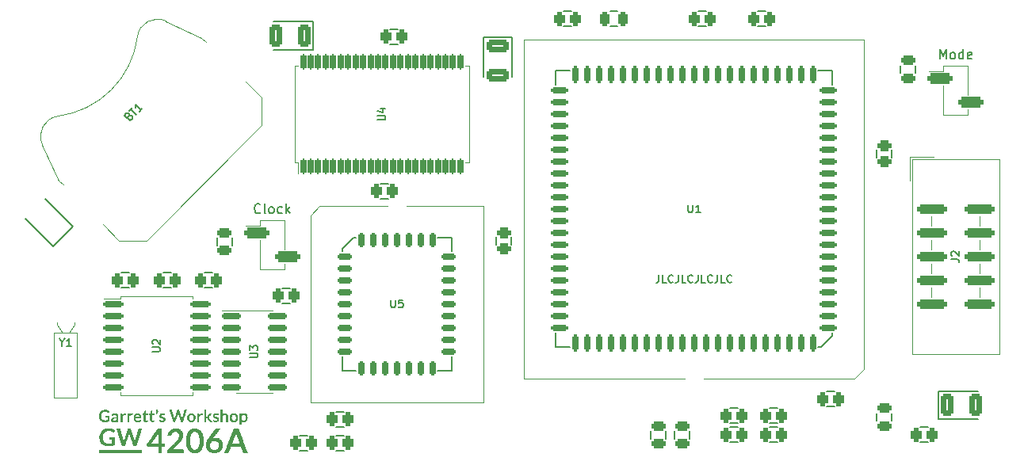
<source format=gto>
G04 #@! TF.GenerationSoftware,KiCad,Pcbnew,(6.0.2-0)*
G04 #@! TF.CreationDate,2022-08-15T13:28:30-04:00*
G04 #@! TF.ProjectId,TimeMachine,54696d65-4d61-4636-9869-6e652e6b6963,rev?*
G04 #@! TF.SameCoordinates,Original*
G04 #@! TF.FileFunction,Legend,Top*
G04 #@! TF.FilePolarity,Positive*
%FSLAX46Y46*%
G04 Gerber Fmt 4.6, Leading zero omitted, Abs format (unit mm)*
G04 Created by KiCad (PCBNEW (6.0.2-0)) date 2022-08-15 13:28:30*
%MOMM*%
%LPD*%
G01*
G04 APERTURE LIST*
G04 Aperture macros list*
%AMRoundRect*
0 Rectangle with rounded corners*
0 $1 Rounding radius*
0 $2 $3 $4 $5 $6 $7 $8 $9 X,Y pos of 4 corners*
0 Add a 4 corners polygon primitive as box body*
4,1,4,$2,$3,$4,$5,$6,$7,$8,$9,$2,$3,0*
0 Add four circle primitives for the rounded corners*
1,1,$1+$1,$2,$3*
1,1,$1+$1,$4,$5*
1,1,$1+$1,$6,$7*
1,1,$1+$1,$8,$9*
0 Add four rect primitives between the rounded corners*
20,1,$1+$1,$2,$3,$4,$5,0*
20,1,$1+$1,$4,$5,$6,$7,0*
20,1,$1+$1,$6,$7,$8,$9,0*
20,1,$1+$1,$8,$9,$2,$3,0*%
G04 Aperture macros list end*
%ADD10C,0.203200*%
%ADD11C,0.152400*%
%ADD12C,0.120000*%
%ADD13C,0.100000*%
%ADD14C,0.000000*%
%ADD15RoundRect,0.300000X0.412500X0.925000X-0.412500X0.925000X-0.412500X-0.925000X0.412500X-0.925000X0*%
%ADD16RoundRect,0.312500X0.262500X0.437500X-0.262500X0.437500X-0.262500X-0.437500X0.262500X-0.437500X0*%
%ADD17C,2.152400*%
%ADD18C,2.000000*%
%ADD19RoundRect,0.457200X0.381000X3.289000X-0.381000X3.289000X-0.381000X-3.289000X0.381000X-3.289000X0*%
%ADD20RoundRect,0.312500X-0.437500X0.262500X-0.437500X-0.262500X0.437500X-0.262500X0.437500X0.262500X0*%
%ADD21RoundRect,0.262500X-0.487500X0.212500X-0.487500X-0.212500X0.487500X-0.212500X0.487500X0.212500X0*%
%ADD22RoundRect,0.312500X-0.262500X-0.437500X0.262500X-0.437500X0.262500X0.437500X-0.262500X0.437500X0*%
%ADD23RoundRect,0.312500X0.437500X-0.262500X0.437500X0.262500X-0.437500X0.262500X-0.437500X-0.262500X0*%
%ADD24RoundRect,0.200000X-0.150000X-0.587500X0.150000X-0.587500X0.150000X0.587500X-0.150000X0.587500X0*%
%ADD25RoundRect,0.200000X-0.587500X-0.150000X0.587500X-0.150000X0.587500X0.150000X-0.587500X0.150000X0*%
%ADD26RoundRect,0.200000X-0.875000X-0.150000X0.875000X-0.150000X0.875000X0.150000X-0.875000X0.150000X0*%
%ADD27RoundRect,0.300000X0.945755X0.362392X0.362392X0.945755X-0.945755X-0.362392X-0.362392X-0.945755X0*%
%ADD28RoundRect,0.300000X-0.925000X0.412500X-0.925000X-0.412500X0.925000X-0.412500X0.925000X0.412500X0*%
%ADD29RoundRect,0.175000X0.125000X-0.637500X0.125000X0.637500X-0.125000X0.637500X-0.125000X-0.637500X0*%
%ADD30RoundRect,0.425450X-1.481742X1.975656X-1.975656X1.481742X1.481742X-1.975656X1.975656X-1.481742X0*%
%ADD31RoundRect,0.721200X0.000000X2.128391X-2.128391X0.000000X0.000000X-2.128391X2.128391X0.000000X0*%
%ADD32RoundRect,0.326200X-1.005000X-0.250000X1.005000X-0.250000X1.005000X0.250000X-1.005000X0.250000X0*%
%ADD33RoundRect,0.300000X-0.412500X-0.925000X0.412500X-0.925000X0.412500X0.925000X-0.412500X0.925000X0*%
%ADD34RoundRect,0.200000X-0.825000X-0.150000X0.825000X-0.150000X0.825000X0.150000X-0.825000X0.150000X0*%
%ADD35RoundRect,0.200000X0.150000X0.700000X-0.150000X0.700000X-0.150000X-0.700000X0.150000X-0.700000X0*%
%ADD36RoundRect,0.200000X0.700000X0.150000X-0.700000X0.150000X-0.700000X-0.150000X0.700000X-0.150000X0*%
%ADD37RoundRect,0.262500X-0.212500X-0.487500X0.212500X-0.487500X0.212500X0.487500X-0.212500X0.487500X0*%
%ADD38RoundRect,0.262500X0.487500X-0.212500X0.487500X0.212500X-0.487500X0.212500X-0.487500X-0.212500X0*%
%ADD39RoundRect,0.300000X-1.274000X-0.250000X1.274000X-0.250000X1.274000X0.250000X-1.274000X0.250000X0*%
%ADD40C,1.152400*%
G04 APERTURE END LIST*
D10*
X209605638Y-111187895D02*
X209605638Y-111768466D01*
X209566933Y-111884580D01*
X209489523Y-111961990D01*
X209373409Y-112000695D01*
X209296000Y-112000695D01*
X210379733Y-112000695D02*
X209992685Y-112000695D01*
X209992685Y-111187895D01*
X211115123Y-111923285D02*
X211076419Y-111961990D01*
X210960304Y-112000695D01*
X210882895Y-112000695D01*
X210766780Y-111961990D01*
X210689371Y-111884580D01*
X210650666Y-111807171D01*
X210611961Y-111652352D01*
X210611961Y-111536238D01*
X210650666Y-111381419D01*
X210689371Y-111304009D01*
X210766780Y-111226600D01*
X210882895Y-111187895D01*
X210960304Y-111187895D01*
X211076419Y-111226600D01*
X211115123Y-111265304D01*
X211695695Y-111187895D02*
X211695695Y-111768466D01*
X211656990Y-111884580D01*
X211579580Y-111961990D01*
X211463466Y-112000695D01*
X211386057Y-112000695D01*
X212469790Y-112000695D02*
X212082742Y-112000695D01*
X212082742Y-111187895D01*
X213205180Y-111923285D02*
X213166476Y-111961990D01*
X213050361Y-112000695D01*
X212972952Y-112000695D01*
X212856838Y-111961990D01*
X212779428Y-111884580D01*
X212740723Y-111807171D01*
X212702019Y-111652352D01*
X212702019Y-111536238D01*
X212740723Y-111381419D01*
X212779428Y-111304009D01*
X212856838Y-111226600D01*
X212972952Y-111187895D01*
X213050361Y-111187895D01*
X213166476Y-111226600D01*
X213205180Y-111265304D01*
X213785752Y-111187895D02*
X213785752Y-111768466D01*
X213747047Y-111884580D01*
X213669638Y-111961990D01*
X213553523Y-112000695D01*
X213476114Y-112000695D01*
X214559847Y-112000695D02*
X214172800Y-112000695D01*
X214172800Y-111187895D01*
X215295238Y-111923285D02*
X215256533Y-111961990D01*
X215140419Y-112000695D01*
X215063009Y-112000695D01*
X214946895Y-111961990D01*
X214869485Y-111884580D01*
X214830780Y-111807171D01*
X214792076Y-111652352D01*
X214792076Y-111536238D01*
X214830780Y-111381419D01*
X214869485Y-111304009D01*
X214946895Y-111226600D01*
X215063009Y-111187895D01*
X215140419Y-111187895D01*
X215256533Y-111226600D01*
X215295238Y-111265304D01*
X215875809Y-111187895D02*
X215875809Y-111768466D01*
X215837104Y-111884580D01*
X215759695Y-111961990D01*
X215643580Y-112000695D01*
X215566171Y-112000695D01*
X216649904Y-112000695D02*
X216262857Y-112000695D01*
X216262857Y-111187895D01*
X217385295Y-111923285D02*
X217346590Y-111961990D01*
X217230476Y-112000695D01*
X217153066Y-112000695D01*
X217036952Y-111961990D01*
X216959542Y-111884580D01*
X216920838Y-111807171D01*
X216882133Y-111652352D01*
X216882133Y-111536238D01*
X216920838Y-111381419D01*
X216959542Y-111304009D01*
X217036952Y-111226600D01*
X217153066Y-111187895D01*
X217230476Y-111187895D01*
X217346590Y-111226600D01*
X217385295Y-111265304D01*
X180990723Y-113854895D02*
X180990723Y-114512876D01*
X181029428Y-114590285D01*
X181068133Y-114628990D01*
X181145542Y-114667695D01*
X181300361Y-114667695D01*
X181377771Y-114628990D01*
X181416476Y-114590285D01*
X181455180Y-114512876D01*
X181455180Y-113854895D01*
X182229276Y-113854895D02*
X181842228Y-113854895D01*
X181803523Y-114241942D01*
X181842228Y-114203238D01*
X181919638Y-114164533D01*
X182113161Y-114164533D01*
X182190571Y-114203238D01*
X182229276Y-114241942D01*
X182267980Y-114319352D01*
X182267980Y-114512876D01*
X182229276Y-114590285D01*
X182190571Y-114628990D01*
X182113161Y-114667695D01*
X181919638Y-114667695D01*
X181842228Y-114628990D01*
X181803523Y-114590285D01*
X155510895Y-119364276D02*
X156168876Y-119364276D01*
X156246285Y-119325571D01*
X156284990Y-119286866D01*
X156323695Y-119209457D01*
X156323695Y-119054638D01*
X156284990Y-118977228D01*
X156246285Y-118938523D01*
X156168876Y-118899819D01*
X155510895Y-118899819D01*
X155588304Y-118551476D02*
X155549600Y-118512771D01*
X155510895Y-118435361D01*
X155510895Y-118241838D01*
X155549600Y-118164428D01*
X155588304Y-118125723D01*
X155665714Y-118087019D01*
X155743123Y-118087019D01*
X155859238Y-118125723D01*
X156323695Y-118590180D01*
X156323695Y-118087019D01*
X179554895Y-94619276D02*
X180212876Y-94619276D01*
X180290285Y-94580571D01*
X180328990Y-94541866D01*
X180367695Y-94464457D01*
X180367695Y-94309638D01*
X180328990Y-94232228D01*
X180290285Y-94193523D01*
X180212876Y-94154819D01*
X179554895Y-94154819D01*
X179825828Y-93419428D02*
X180367695Y-93419428D01*
X179516190Y-93612952D02*
X180096761Y-93806476D01*
X180096761Y-93303314D01*
X152986868Y-94200025D02*
X153096342Y-94145289D01*
X153151079Y-94145289D01*
X153233184Y-94172657D01*
X153315289Y-94254762D01*
X153342658Y-94336867D01*
X153342658Y-94391604D01*
X153315289Y-94473709D01*
X153096342Y-94692657D01*
X152521606Y-94117920D01*
X152713184Y-93926341D01*
X152795290Y-93898973D01*
X152850026Y-93898973D01*
X152932132Y-93926341D01*
X152986868Y-93981078D01*
X153014237Y-94063183D01*
X153014237Y-94117920D01*
X152986868Y-94200025D01*
X152795290Y-94391604D01*
X153014237Y-93625289D02*
X153342658Y-93296868D01*
X153753183Y-94035815D02*
X153178447Y-93461079D01*
X154410025Y-93378974D02*
X154081604Y-93707394D01*
X154245815Y-93543184D02*
X153671078Y-92968448D01*
X153698447Y-93105290D01*
X153698447Y-93214763D01*
X153671078Y-93296868D01*
X239606666Y-88089619D02*
X239606666Y-87073619D01*
X239945333Y-87799333D01*
X240284000Y-87073619D01*
X240284000Y-88089619D01*
X240912952Y-88089619D02*
X240816190Y-88041238D01*
X240767809Y-87992857D01*
X240719428Y-87896095D01*
X240719428Y-87605809D01*
X240767809Y-87509047D01*
X240816190Y-87460666D01*
X240912952Y-87412285D01*
X241058095Y-87412285D01*
X241154857Y-87460666D01*
X241203238Y-87509047D01*
X241251619Y-87605809D01*
X241251619Y-87896095D01*
X241203238Y-87992857D01*
X241154857Y-88041238D01*
X241058095Y-88089619D01*
X240912952Y-88089619D01*
X242122476Y-88089619D02*
X242122476Y-87073619D01*
X242122476Y-88041238D02*
X242025714Y-88089619D01*
X241832190Y-88089619D01*
X241735428Y-88041238D01*
X241687047Y-87992857D01*
X241638666Y-87896095D01*
X241638666Y-87605809D01*
X241687047Y-87509047D01*
X241735428Y-87460666D01*
X241832190Y-87412285D01*
X242025714Y-87412285D01*
X242122476Y-87460666D01*
X242993333Y-88041238D02*
X242896571Y-88089619D01*
X242703047Y-88089619D01*
X242606285Y-88041238D01*
X242557904Y-87944476D01*
X242557904Y-87557428D01*
X242606285Y-87460666D01*
X242703047Y-87412285D01*
X242896571Y-87412285D01*
X242993333Y-87460666D01*
X243041714Y-87557428D01*
X243041714Y-87654190D01*
X242557904Y-87750952D01*
X165924895Y-119999276D02*
X166582876Y-119999276D01*
X166660285Y-119960571D01*
X166698990Y-119921866D01*
X166737695Y-119844457D01*
X166737695Y-119689638D01*
X166698990Y-119612228D01*
X166660285Y-119573523D01*
X166582876Y-119534819D01*
X165924895Y-119534819D01*
X165924895Y-119225180D02*
X165924895Y-118722019D01*
X166234533Y-118992952D01*
X166234533Y-118876838D01*
X166273238Y-118799428D01*
X166311942Y-118760723D01*
X166389352Y-118722019D01*
X166582876Y-118722019D01*
X166660285Y-118760723D01*
X166698990Y-118799428D01*
X166737695Y-118876838D01*
X166737695Y-119109066D01*
X166698990Y-119186476D01*
X166660285Y-119225180D01*
X212740723Y-103694895D02*
X212740723Y-104352876D01*
X212779428Y-104430285D01*
X212818133Y-104468990D01*
X212895542Y-104507695D01*
X213050361Y-104507695D01*
X213127771Y-104468990D01*
X213166476Y-104430285D01*
X213205180Y-104352876D01*
X213205180Y-103694895D01*
X214017980Y-104507695D02*
X213553523Y-104507695D01*
X213785752Y-104507695D02*
X213785752Y-103694895D01*
X213708342Y-103811009D01*
X213630933Y-103888419D01*
X213553523Y-103927123D01*
X240854895Y-109490933D02*
X241435466Y-109490933D01*
X241551580Y-109529638D01*
X241628990Y-109607047D01*
X241667695Y-109723161D01*
X241667695Y-109800571D01*
X240932304Y-109142590D02*
X240893600Y-109103885D01*
X240854895Y-109026476D01*
X240854895Y-108832952D01*
X240893600Y-108755542D01*
X240932304Y-108716838D01*
X241009714Y-108678133D01*
X241087123Y-108678133D01*
X241203238Y-108716838D01*
X241667695Y-109181295D01*
X241667695Y-108678133D01*
X167017095Y-104502857D02*
X166968714Y-104551238D01*
X166823571Y-104599619D01*
X166726809Y-104599619D01*
X166581666Y-104551238D01*
X166484904Y-104454476D01*
X166436523Y-104357714D01*
X166388142Y-104164190D01*
X166388142Y-104019047D01*
X166436523Y-103825523D01*
X166484904Y-103728761D01*
X166581666Y-103632000D01*
X166726809Y-103583619D01*
X166823571Y-103583619D01*
X166968714Y-103632000D01*
X167017095Y-103680380D01*
X167597666Y-104599619D02*
X167500904Y-104551238D01*
X167452523Y-104454476D01*
X167452523Y-103583619D01*
X168129857Y-104599619D02*
X168033095Y-104551238D01*
X167984714Y-104502857D01*
X167936333Y-104406095D01*
X167936333Y-104115809D01*
X167984714Y-104019047D01*
X168033095Y-103970666D01*
X168129857Y-103922285D01*
X168275000Y-103922285D01*
X168371761Y-103970666D01*
X168420142Y-104019047D01*
X168468523Y-104115809D01*
X168468523Y-104406095D01*
X168420142Y-104502857D01*
X168371761Y-104551238D01*
X168275000Y-104599619D01*
X168129857Y-104599619D01*
X169339380Y-104551238D02*
X169242619Y-104599619D01*
X169049095Y-104599619D01*
X168952333Y-104551238D01*
X168903952Y-104502857D01*
X168855571Y-104406095D01*
X168855571Y-104115809D01*
X168903952Y-104019047D01*
X168952333Y-103970666D01*
X169049095Y-103922285D01*
X169242619Y-103922285D01*
X169339380Y-103970666D01*
X169774809Y-104599619D02*
X169774809Y-103583619D01*
X169871571Y-104212571D02*
X170161857Y-104599619D01*
X170161857Y-103922285D02*
X169774809Y-104309333D01*
X145853452Y-118408147D02*
X145853452Y-118795195D01*
X145582519Y-117982395D02*
X145853452Y-118408147D01*
X146124385Y-117982395D01*
X146821071Y-118795195D02*
X146356614Y-118795195D01*
X146588842Y-118795195D02*
X146588842Y-117982395D01*
X146511433Y-118098509D01*
X146434023Y-118175919D01*
X146356614Y-118214623D01*
D11*
X172640000Y-84088000D02*
X168430000Y-84088000D01*
X168430000Y-87108000D02*
X172640000Y-87108000D01*
X172640000Y-87108000D02*
X172640000Y-84088000D01*
X238316400Y-129070000D02*
X237503600Y-129070000D01*
X238316400Y-127470000D02*
X237503600Y-127470000D01*
X222236400Y-129070000D02*
X221423600Y-129070000D01*
X222236400Y-127470000D02*
X221423600Y-127470000D01*
X200216400Y-84620000D02*
X199403600Y-84620000D01*
X200216400Y-83020000D02*
X199403600Y-83020000D01*
X192240000Y-107123600D02*
X192240000Y-107936400D01*
X193840000Y-107123600D02*
X193840000Y-107936400D01*
X163995000Y-107228600D02*
X163995000Y-108041400D01*
X162395000Y-107228600D02*
X162395000Y-108041400D01*
X169353600Y-112611000D02*
X170166400Y-112611000D01*
X169353600Y-114211000D02*
X170166400Y-114211000D01*
X227558600Y-125260000D02*
X228371400Y-125260000D01*
X227558600Y-123660000D02*
X228371400Y-123660000D01*
X232880000Y-98616400D02*
X232880000Y-97803600D01*
X234480000Y-98616400D02*
X234480000Y-97803600D01*
X220153600Y-84620000D02*
X220966400Y-84620000D01*
X220153600Y-83020000D02*
X220966400Y-83020000D01*
X213803600Y-84620000D02*
X214616400Y-84620000D01*
X213803600Y-83020000D02*
X214616400Y-83020000D01*
X210350000Y-127863600D02*
X210350000Y-128676400D01*
X208750000Y-127863600D02*
X208750000Y-128676400D01*
X211290000Y-127863600D02*
X211290000Y-128676400D01*
X212890000Y-127863600D02*
X212890000Y-128676400D01*
X217183600Y-129070000D02*
X217996400Y-129070000D01*
X217183600Y-127470000D02*
X217996400Y-127470000D01*
X177240000Y-107205000D02*
X176957218Y-107205000D01*
D12*
X172370000Y-104790000D02*
X172370000Y-124810000D01*
D11*
X185980000Y-121395000D02*
X187435000Y-121395000D01*
X185980000Y-107205000D02*
X187435000Y-107205000D01*
X175785000Y-108377218D02*
X175785000Y-108660000D01*
X187435000Y-107205000D02*
X187435000Y-108660000D01*
X187435000Y-121395000D02*
X187435000Y-119940000D01*
D12*
X190850000Y-124810000D02*
X190850000Y-103790000D01*
D11*
X176957218Y-107205000D02*
X175785000Y-108377218D01*
D12*
X172370000Y-124810000D02*
X190850000Y-124810000D01*
X173370000Y-103790000D02*
X172370000Y-104790000D01*
D11*
X175785000Y-121395000D02*
X175785000Y-119940000D01*
D12*
X180610000Y-103790000D02*
X173370000Y-103790000D01*
D11*
X177240000Y-121395000D02*
X175785000Y-121395000D01*
D12*
X190850000Y-103790000D02*
X182610000Y-103790000D01*
D11*
X179894600Y-103035000D02*
X180707400Y-103035000D01*
X179894600Y-101435000D02*
X180707400Y-101435000D01*
X175959400Y-128359000D02*
X175146600Y-128359000D01*
X175959400Y-129959000D02*
X175146600Y-129959000D01*
X156653600Y-112560000D02*
X157466400Y-112560000D01*
X156653600Y-110960000D02*
X157466400Y-110960000D01*
X161098600Y-110960000D02*
X161911400Y-110960000D01*
X161098600Y-112560000D02*
X161911400Y-112560000D01*
X180910600Y-84925000D02*
X181723400Y-84925000D01*
X180910600Y-86525000D02*
X181723400Y-86525000D01*
D12*
X155956000Y-113485000D02*
X159816000Y-113485000D01*
X152096000Y-124005000D02*
X152096000Y-123750000D01*
X152096000Y-113740000D02*
X150281000Y-113740000D01*
X155956000Y-124005000D02*
X152096000Y-124005000D01*
X155956000Y-113485000D02*
X152096000Y-113485000D01*
X159816000Y-113485000D02*
X159816000Y-113740000D01*
X155956000Y-124005000D02*
X159816000Y-124005000D01*
X152096000Y-113485000D02*
X152096000Y-113740000D01*
X159816000Y-124005000D02*
X159816000Y-123750000D01*
D11*
X141895655Y-105169117D02*
X144872574Y-108146037D01*
X147008037Y-106010574D02*
X144031117Y-103033655D01*
X144872574Y-108146037D02*
X147008037Y-106010574D01*
X193915000Y-90015000D02*
X193915000Y-85805000D01*
X193915000Y-85805000D02*
X190895000Y-85805000D01*
X190895000Y-85805000D02*
X190895000Y-90015000D01*
X152208600Y-110960000D02*
X153021400Y-110960000D01*
X152208600Y-112560000D02*
X153021400Y-112560000D01*
D12*
X189315000Y-94000000D02*
X189315000Y-88810000D01*
X189315000Y-88810000D02*
X188935000Y-88810000D01*
X189315000Y-94000000D02*
X189315000Y-99190000D01*
X171065000Y-99190000D02*
X171065000Y-100350000D01*
X170685000Y-94000000D02*
X170685000Y-99190000D01*
X170685000Y-99190000D02*
X171065000Y-99190000D01*
X189315000Y-99190000D02*
X188935000Y-99190000D01*
X170685000Y-88810000D02*
X171065000Y-88810000D01*
X170685000Y-94000000D02*
X170685000Y-88810000D01*
D13*
X160757813Y-85822591D02*
X156946508Y-84047753D01*
X167185414Y-92250192D02*
X165445931Y-90510709D01*
X145512591Y-101067813D02*
X143737753Y-97256508D01*
X167185414Y-95191756D02*
X167185414Y-92250192D01*
X151940192Y-107495414D02*
X150200709Y-105755931D01*
X145958069Y-101513291D02*
X145512591Y-101067813D01*
X161203291Y-86268069D02*
X160757813Y-85822591D01*
X154881756Y-107495414D02*
X151940192Y-107495414D01*
X154881756Y-107495414D02*
X167185414Y-95191756D01*
X145413596Y-94208877D02*
G75*
G03*
X143742412Y-97240297I275771J-2128391D01*
G01*
X156946508Y-84047754D02*
G75*
G03*
X153889561Y-85709536I-919238J-1951615D01*
G01*
X145413596Y-94208878D02*
G75*
G03*
X153899630Y-85717843I-1279864J9765146D01*
G01*
D11*
X217183600Y-127038000D02*
X217996400Y-127038000D01*
X217183600Y-125438000D02*
X217996400Y-125438000D01*
X221423600Y-127038000D02*
X222236400Y-127038000D01*
X221423600Y-125438000D02*
X222236400Y-125438000D01*
D12*
X242630000Y-88840000D02*
X242630000Y-91950000D01*
X239970000Y-88840000D02*
X242630000Y-88840000D01*
X239970000Y-88840000D02*
X239970000Y-89410000D01*
X239970000Y-94040000D02*
X242630000Y-94040000D01*
X242630000Y-93470000D02*
X242630000Y-94040000D01*
X239970000Y-89410000D02*
X238450000Y-89410000D01*
X239970000Y-90930000D02*
X239970000Y-94040000D01*
D11*
X175959400Y-125819000D02*
X175146600Y-125819000D01*
X175959400Y-127419000D02*
X175146600Y-127419000D01*
X171209600Y-128359000D02*
X172022400Y-128359000D01*
X171209600Y-129959000D02*
X172022400Y-129959000D01*
X243685000Y-123585000D02*
X239475000Y-123585000D01*
X239475000Y-126605000D02*
X243685000Y-126605000D01*
X239475000Y-123585000D02*
X239475000Y-126605000D01*
D12*
X166370000Y-123805000D02*
X164420000Y-123805000D01*
X166370000Y-123805000D02*
X168320000Y-123805000D01*
X166370000Y-114955000D02*
X162920000Y-114955000D01*
X166370000Y-114955000D02*
X168320000Y-114955000D01*
D11*
X198594200Y-89374200D02*
X198594200Y-90880000D01*
D12*
X230510000Y-122290000D02*
X231510000Y-121290000D01*
X214360000Y-122290000D02*
X230510000Y-122290000D01*
D11*
X198594200Y-118905800D02*
X198594200Y-117400000D01*
X200100000Y-118905800D02*
X198594200Y-118905800D01*
X228125800Y-117730582D02*
X228125800Y-117400000D01*
D12*
X195210000Y-85990000D02*
X195210000Y-122290000D01*
D11*
X226950582Y-118905800D02*
X228125800Y-117730582D01*
X200100000Y-89374200D02*
X198594200Y-89374200D01*
D12*
X231510000Y-85990000D02*
X195210000Y-85990000D01*
X195210000Y-122290000D02*
X212360000Y-122290000D01*
X231510000Y-121290000D02*
X231510000Y-85990000D01*
D11*
X226620000Y-118905800D02*
X226950582Y-118905800D01*
X226620000Y-89374200D02*
X228125800Y-89374200D01*
X228125800Y-89374200D02*
X228125800Y-90880000D01*
X204383600Y-84620000D02*
X205196400Y-84620000D01*
X204383600Y-83020000D02*
X205196400Y-83020000D01*
X237020000Y-89626400D02*
X237020000Y-88813600D01*
X235420000Y-89626400D02*
X235420000Y-88813600D01*
X234480000Y-125958600D02*
X234480000Y-126771400D01*
X232880000Y-125958600D02*
X232880000Y-126771400D01*
D12*
X243900000Y-112520000D02*
X243900000Y-113540000D01*
X238700000Y-109980000D02*
X238700000Y-111000000D01*
X238700000Y-107440000D02*
X238700000Y-108460000D01*
X245975000Y-119650000D02*
X236625000Y-119650000D01*
X243900000Y-104900000D02*
X243900000Y-105920000D01*
X236375000Y-98540000D02*
X236375000Y-101080000D01*
X243900000Y-107440000D02*
X243900000Y-108460000D01*
X236625000Y-98790000D02*
X245975000Y-98790000D01*
X236375000Y-98540000D02*
X238915000Y-98540000D01*
X238700000Y-104900000D02*
X238700000Y-105920000D01*
X243900000Y-109980000D02*
X243900000Y-111000000D01*
X245975000Y-98790000D02*
X245975000Y-119650000D01*
X238700000Y-112520000D02*
X238700000Y-113540000D01*
X236625000Y-119650000D02*
X236625000Y-98790000D01*
X169605000Y-105350000D02*
X169605000Y-108460000D01*
X166945000Y-105350000D02*
X169605000Y-105350000D01*
X166945000Y-105920000D02*
X165425000Y-105920000D01*
X166945000Y-107440000D02*
X166945000Y-110550000D01*
X166945000Y-105350000D02*
X166945000Y-105920000D01*
X169605000Y-109980000D02*
X169605000Y-110550000D01*
X166945000Y-110550000D02*
X169605000Y-110550000D01*
X145008000Y-117370000D02*
X145008000Y-124270000D01*
X147468000Y-124270000D02*
X147468000Y-117370000D01*
X147468000Y-117370000D02*
X145008000Y-117370000D01*
X145888000Y-117370000D02*
X145288000Y-116470000D01*
X145008000Y-124270000D02*
X147468000Y-124270000D01*
X145288000Y-116470000D02*
X145288000Y-116270000D01*
X146588000Y-117370000D02*
X147188000Y-116470000D01*
X147188000Y-116470000D02*
X147188000Y-116270000D01*
G36*
X151296448Y-129859207D02*
G01*
X151457394Y-129859246D01*
X151628245Y-129859312D01*
X151809171Y-129859404D01*
X152000344Y-129859520D01*
X152095661Y-129859585D01*
X154277488Y-129861117D01*
X154300249Y-129877097D01*
X154316808Y-129891663D01*
X154331734Y-129909545D01*
X154336132Y-129916465D01*
X154340457Y-129924501D01*
X154343710Y-129932154D01*
X154346043Y-129941013D01*
X154347608Y-129952662D01*
X154348559Y-129968691D01*
X154349048Y-129990686D01*
X154349229Y-130020233D01*
X154349254Y-130052706D01*
X154349072Y-130086956D01*
X154348561Y-130118395D01*
X154347779Y-130145240D01*
X154346781Y-130165707D01*
X154345625Y-130178014D01*
X154345242Y-130179898D01*
X154336481Y-130197604D01*
X154321180Y-130216437D01*
X154302334Y-130233132D01*
X154288284Y-130241980D01*
X154286506Y-130242821D01*
X154284364Y-130243614D01*
X154281557Y-130244361D01*
X154277787Y-130245063D01*
X154272753Y-130245722D01*
X154266155Y-130246339D01*
X154257694Y-130246915D01*
X154247071Y-130247452D01*
X154233985Y-130247951D01*
X154218137Y-130248413D01*
X154199228Y-130248841D01*
X154176956Y-130249234D01*
X154151024Y-130249596D01*
X154121130Y-130249926D01*
X154086976Y-130250227D01*
X154048261Y-130250500D01*
X154004686Y-130250746D01*
X153955952Y-130250966D01*
X153901758Y-130251163D01*
X153841805Y-130251337D01*
X153775793Y-130251489D01*
X153703422Y-130251622D01*
X153624393Y-130251736D01*
X153538406Y-130251833D01*
X153445162Y-130251915D01*
X153344360Y-130251982D01*
X153235701Y-130252036D01*
X153118885Y-130252078D01*
X152993612Y-130252111D01*
X152859584Y-130252134D01*
X152716499Y-130252150D01*
X152564059Y-130252161D01*
X152401963Y-130252166D01*
X152229913Y-130252168D01*
X152082713Y-130252169D01*
X149897113Y-130252169D01*
X149873979Y-130239951D01*
X149849721Y-130221360D01*
X149835098Y-130202327D01*
X149819351Y-130176922D01*
X149817741Y-130063861D01*
X149817307Y-130024696D01*
X149817317Y-129994476D01*
X149817848Y-129971656D01*
X149818978Y-129954689D01*
X149820787Y-129942030D01*
X149823353Y-129932133D01*
X149824609Y-129928601D01*
X149837678Y-129905872D01*
X149857323Y-129885076D01*
X149880123Y-129869413D01*
X149893824Y-129863831D01*
X149898947Y-129863314D01*
X149910739Y-129862829D01*
X149929368Y-129862376D01*
X149955006Y-129861955D01*
X149987822Y-129861565D01*
X150027988Y-129861206D01*
X150075673Y-129860878D01*
X150131048Y-129860580D01*
X150194284Y-129860312D01*
X150265550Y-129860074D01*
X150345018Y-129859864D01*
X150432857Y-129859684D01*
X150529238Y-129859533D01*
X150634331Y-129859410D01*
X150748308Y-129859314D01*
X150871337Y-129859247D01*
X151003590Y-129859206D01*
X151145237Y-129859193D01*
X151296448Y-129859207D01*
G37*
G36*
X161243840Y-126332589D02*
G01*
X161278633Y-126329796D01*
X161288647Y-126329019D01*
X161297257Y-126327968D01*
X161305198Y-126325925D01*
X161313207Y-126322172D01*
X161322020Y-126315992D01*
X161332374Y-126306667D01*
X161345005Y-126293479D01*
X161360649Y-126275710D01*
X161380042Y-126252641D01*
X161403921Y-126223556D01*
X161433022Y-126187737D01*
X161465664Y-126147448D01*
X161493522Y-126113351D01*
X161520019Y-126081451D01*
X161544264Y-126052780D01*
X161565366Y-126028371D01*
X161582434Y-126009257D01*
X161594577Y-125996470D01*
X161600237Y-125991430D01*
X161606406Y-125987561D01*
X161612834Y-125984631D01*
X161621000Y-125982509D01*
X161632385Y-125981065D01*
X161648466Y-125980169D01*
X161670725Y-125979691D01*
X161700641Y-125979501D01*
X161736213Y-125979468D01*
X161774274Y-125979508D01*
X161803016Y-125979693D01*
X161823620Y-125980121D01*
X161837265Y-125980892D01*
X161845131Y-125982103D01*
X161848397Y-125983852D01*
X161848244Y-125986238D01*
X161846466Y-125988653D01*
X161841511Y-125994543D01*
X161830577Y-126007617D01*
X161814400Y-126026993D01*
X161793717Y-126051786D01*
X161769265Y-126081114D01*
X161741782Y-126114092D01*
X161712003Y-126149837D01*
X161694330Y-126171057D01*
X161662968Y-126208559D01*
X161632896Y-126244221D01*
X161604943Y-126277080D01*
X161579939Y-126306174D01*
X161558712Y-126330540D01*
X161542093Y-126349216D01*
X161530911Y-126361241D01*
X161527613Y-126364462D01*
X161505145Y-126384650D01*
X161523752Y-126403830D01*
X161530228Y-126411732D01*
X161542026Y-126427418D01*
X161558523Y-126450016D01*
X161579100Y-126478655D01*
X161603135Y-126512463D01*
X161630008Y-126550569D01*
X161659097Y-126592102D01*
X161689782Y-126636190D01*
X161705733Y-126659216D01*
X161869108Y-126895421D01*
X161752784Y-126896836D01*
X161714634Y-126897242D01*
X161685493Y-126897343D01*
X161663873Y-126897039D01*
X161648286Y-126896228D01*
X161637245Y-126894809D01*
X161629263Y-126892679D01*
X161622851Y-126889739D01*
X161619481Y-126887756D01*
X161612166Y-126881007D01*
X161600396Y-126866950D01*
X161583974Y-126845315D01*
X161562706Y-126815830D01*
X161536395Y-126778226D01*
X161504847Y-126732234D01*
X161474647Y-126687648D01*
X161447413Y-126647502D01*
X161421561Y-126609861D01*
X161397763Y-126575667D01*
X161376687Y-126545861D01*
X161359005Y-126521388D01*
X161345387Y-126503188D01*
X161336504Y-126492206D01*
X161333681Y-126489443D01*
X161319383Y-126483903D01*
X161297218Y-126480098D01*
X161282204Y-126478914D01*
X161243840Y-126476977D01*
X161243840Y-126898046D01*
X161018132Y-126898046D01*
X161018132Y-125564795D01*
X161243840Y-125564795D01*
X161243840Y-126332589D01*
G37*
G36*
X155469920Y-125989966D02*
G01*
X155711374Y-125989966D01*
X155711374Y-126147436D01*
X155469465Y-126147436D01*
X155471005Y-126411199D01*
X155471367Y-126470709D01*
X155471726Y-126520635D01*
X155472120Y-126561892D01*
X155472590Y-126595394D01*
X155473173Y-126622054D01*
X155473909Y-126642788D01*
X155474837Y-126658510D01*
X155475996Y-126670133D01*
X155477425Y-126678573D01*
X155479164Y-126684742D01*
X155481250Y-126689557D01*
X155483042Y-126692786D01*
X155501612Y-126715468D01*
X155524851Y-126728926D01*
X155552218Y-126733048D01*
X155583175Y-126727726D01*
X155607190Y-126718080D01*
X155624086Y-126710104D01*
X155637442Y-126705441D01*
X155648585Y-126704935D01*
X155658844Y-126709433D01*
X155669547Y-126719779D01*
X155682024Y-126736819D01*
X155697602Y-126761399D01*
X155711698Y-126784593D01*
X155739913Y-126831236D01*
X155722745Y-126845568D01*
X155702897Y-126859331D01*
X155676387Y-126873868D01*
X155646749Y-126887464D01*
X155617521Y-126898404D01*
X155607650Y-126901398D01*
X155584546Y-126906063D01*
X155554867Y-126909459D01*
X155521539Y-126911516D01*
X155487492Y-126912166D01*
X155455654Y-126911339D01*
X155428953Y-126908966D01*
X155413496Y-126905976D01*
X155375571Y-126892378D01*
X155343696Y-126873692D01*
X155315147Y-126848918D01*
X155287953Y-126815206D01*
X155266781Y-126775724D01*
X155255028Y-126739989D01*
X155253846Y-126729491D01*
X155252784Y-126709186D01*
X155251852Y-126679766D01*
X155251064Y-126641922D01*
X155250431Y-126596345D01*
X155249966Y-126543726D01*
X155249680Y-126484755D01*
X155249589Y-126432196D01*
X155249461Y-126147436D01*
X155191722Y-126147436D01*
X155165627Y-126147213D01*
X155147867Y-126146326D01*
X155136282Y-126144452D01*
X155128716Y-126141266D01*
X155123777Y-126137231D01*
X155115577Y-126125335D01*
X155110552Y-126108280D01*
X155108395Y-126084352D01*
X155108753Y-126052979D01*
X155110362Y-126013636D01*
X155147105Y-126007409D01*
X155173102Y-126003063D01*
X155201994Y-125998320D01*
X155221031Y-125995247D01*
X155258214Y-125989312D01*
X155280425Y-125864974D01*
X155286920Y-125829307D01*
X155293146Y-125796389D01*
X155298774Y-125767864D01*
X155303475Y-125745376D01*
X155306919Y-125730566D01*
X155308282Y-125725955D01*
X155314567Y-125714425D01*
X155324227Y-125706160D01*
X155338839Y-125700680D01*
X155359977Y-125697506D01*
X155389219Y-125696159D01*
X155406671Y-125696021D01*
X155469920Y-125696021D01*
X155469920Y-125989966D01*
G37*
G36*
X159104940Y-125601281D02*
G01*
X159130205Y-125602139D01*
X159150560Y-125603502D01*
X159164220Y-125605377D01*
X159169399Y-125607771D01*
X159169363Y-125608100D01*
X159167558Y-125613837D01*
X159162829Y-125629000D01*
X159155364Y-125652987D01*
X159145349Y-125685197D01*
X159132971Y-125725028D01*
X159118417Y-125771878D01*
X159101873Y-125825148D01*
X159083526Y-125884234D01*
X159063563Y-125948536D01*
X159042171Y-126017452D01*
X159019537Y-126090381D01*
X158995847Y-126166722D01*
X158971288Y-126245873D01*
X158968036Y-126256353D01*
X158768946Y-126898046D01*
X158546294Y-126898046D01*
X158516885Y-126807500D01*
X158511557Y-126791087D01*
X158503528Y-126766333D01*
X158493105Y-126734189D01*
X158480595Y-126695603D01*
X158466305Y-126651524D01*
X158450544Y-126602899D01*
X158433619Y-126550679D01*
X158415836Y-126495811D01*
X158397504Y-126439245D01*
X158378929Y-126381929D01*
X158360420Y-126324812D01*
X158342284Y-126268843D01*
X158324828Y-126214970D01*
X158308359Y-126164141D01*
X158293186Y-126117307D01*
X158279615Y-126075415D01*
X158267954Y-126039414D01*
X158258511Y-126010253D01*
X158251592Y-125988881D01*
X158247506Y-125976246D01*
X158246852Y-125974219D01*
X158243181Y-125966156D01*
X158240279Y-125968058D01*
X158239943Y-125968970D01*
X158237788Y-125975512D01*
X158232735Y-125990953D01*
X158225140Y-126014213D01*
X158215353Y-126044207D01*
X158203729Y-126079854D01*
X158190621Y-126120072D01*
X158176382Y-126163777D01*
X158168881Y-126186804D01*
X158152188Y-126238015D01*
X158132985Y-126296841D01*
X158112044Y-126360927D01*
X158090136Y-126427915D01*
X158068033Y-126495448D01*
X158046503Y-126561170D01*
X158026320Y-126622724D01*
X158018220Y-126647405D01*
X157935940Y-126898046D01*
X157713384Y-126898046D01*
X157514728Y-126258978D01*
X157490063Y-126179623D01*
X157466242Y-126102964D01*
X157443452Y-126029607D01*
X157421881Y-125960157D01*
X157401718Y-125895220D01*
X157383150Y-125835402D01*
X157366366Y-125781309D01*
X157351553Y-125733546D01*
X157338899Y-125692719D01*
X157328591Y-125659434D01*
X157320819Y-125634297D01*
X157315770Y-125617913D01*
X157313632Y-125610887D01*
X157313586Y-125610724D01*
X157313413Y-125607747D01*
X157315545Y-125605491D01*
X157321222Y-125603858D01*
X157331683Y-125602748D01*
X157348167Y-125602062D01*
X157371915Y-125601703D01*
X157404166Y-125601570D01*
X157428504Y-125601558D01*
X157467028Y-125601633D01*
X157496531Y-125601917D01*
X157518485Y-125602523D01*
X157534366Y-125603564D01*
X157545649Y-125605153D01*
X157553808Y-125607401D01*
X157560318Y-125610423D01*
X157562681Y-125611805D01*
X157576351Y-125622132D01*
X157586874Y-125633385D01*
X157587396Y-125634153D01*
X157590188Y-125641254D01*
X157595516Y-125657558D01*
X157603119Y-125682148D01*
X157612738Y-125714110D01*
X157624112Y-125752526D01*
X157636982Y-125796482D01*
X157651087Y-125845060D01*
X157666168Y-125897345D01*
X157681964Y-125952420D01*
X157698216Y-126009371D01*
X157714663Y-126067280D01*
X157731046Y-126125232D01*
X157747104Y-126182310D01*
X157762577Y-126237600D01*
X157777206Y-126290184D01*
X157790729Y-126339146D01*
X157802889Y-126383572D01*
X157813423Y-126422543D01*
X157822072Y-126455146D01*
X157828577Y-126480463D01*
X157832677Y-126497578D01*
X157833261Y-126500297D01*
X157844894Y-126556589D01*
X157856138Y-126510795D01*
X157859816Y-126497473D01*
X157866354Y-126475616D01*
X157875456Y-126446130D01*
X157886826Y-126409920D01*
X157900166Y-126367894D01*
X157915180Y-126320955D01*
X157931573Y-126270012D01*
X157949046Y-126215968D01*
X157967305Y-126159731D01*
X157986052Y-126102205D01*
X158004990Y-126044298D01*
X158023824Y-125986914D01*
X158042257Y-125930960D01*
X158059992Y-125877341D01*
X158076732Y-125826964D01*
X158092182Y-125780734D01*
X158106045Y-125739557D01*
X158118024Y-125704338D01*
X158127823Y-125675985D01*
X158135145Y-125655402D01*
X158139694Y-125643496D01*
X158140770Y-125641189D01*
X158151672Y-125627308D01*
X158165943Y-125614570D01*
X158167663Y-125613367D01*
X158176225Y-125608264D01*
X158185437Y-125604872D01*
X158197612Y-125602849D01*
X158215066Y-125601855D01*
X158240112Y-125601548D01*
X158247946Y-125601538D01*
X158282605Y-125602281D01*
X158308618Y-125604871D01*
X158327755Y-125609855D01*
X158341785Y-125617777D01*
X158352480Y-125629184D01*
X158356256Y-125634904D01*
X158359270Y-125642162D01*
X158365186Y-125658524D01*
X158373714Y-125683097D01*
X158384562Y-125714983D01*
X158397439Y-125753288D01*
X158412051Y-125797116D01*
X158428109Y-125845573D01*
X158445320Y-125897762D01*
X158463392Y-125952789D01*
X158482035Y-126009758D01*
X158500956Y-126067774D01*
X158519863Y-126125941D01*
X158538465Y-126183364D01*
X158556471Y-126239148D01*
X158573588Y-126292398D01*
X158589525Y-126342217D01*
X158603991Y-126387711D01*
X158616693Y-126427985D01*
X158627341Y-126462143D01*
X158635642Y-126489289D01*
X158641304Y-126508529D01*
X158643554Y-126516865D01*
X158652445Y-126552980D01*
X158664443Y-126495868D01*
X158667793Y-126481697D01*
X158673781Y-126458346D01*
X158682156Y-126426726D01*
X158692666Y-126387752D01*
X158705062Y-126342334D01*
X158719094Y-126291387D01*
X158734510Y-126235823D01*
X158751060Y-126176554D01*
X158768494Y-126114493D01*
X158786561Y-126050553D01*
X158789460Y-126040328D01*
X158810522Y-125966096D01*
X158828951Y-125901291D01*
X158844980Y-125845243D01*
X158858846Y-125797280D01*
X158870783Y-125756731D01*
X158881027Y-125722927D01*
X158889812Y-125695195D01*
X158897373Y-125672864D01*
X158903945Y-125655264D01*
X158909764Y-125641724D01*
X158915064Y-125631573D01*
X158920080Y-125624139D01*
X158925048Y-125618752D01*
X158930202Y-125614741D01*
X158935778Y-125611435D01*
X158940572Y-125608913D01*
X158950218Y-125606407D01*
X158967451Y-125604362D01*
X158990486Y-125602785D01*
X159017537Y-125601682D01*
X159046821Y-125601060D01*
X159076550Y-125600924D01*
X159104940Y-125601281D01*
G37*
G36*
X159200352Y-126394913D02*
G01*
X159203437Y-126352782D01*
X159208634Y-126317272D01*
X159209018Y-126315405D01*
X159226858Y-126252414D01*
X159252857Y-126193005D01*
X159286054Y-126139038D01*
X159322699Y-126095204D01*
X159370092Y-126053154D01*
X159422151Y-126019756D01*
X159479410Y-125994807D01*
X159542401Y-125978104D01*
X159611659Y-125969442D01*
X159656012Y-125968021D01*
X159727822Y-125971714D01*
X159793002Y-125983162D01*
X159852313Y-126002663D01*
X159906516Y-126030518D01*
X159956373Y-126067025D01*
X159990834Y-126099700D01*
X160012941Y-126124272D01*
X160030383Y-126147601D01*
X160046078Y-126173898D01*
X160057139Y-126195417D01*
X160075502Y-126235478D01*
X160089015Y-126272406D01*
X160098433Y-126309355D01*
X160104509Y-126349480D01*
X160108000Y-126395935D01*
X160108619Y-126410586D01*
X160109328Y-126464412D01*
X160106921Y-126511234D01*
X160101027Y-126554181D01*
X160091274Y-126596381D01*
X160083471Y-126622472D01*
X160058267Y-126685052D01*
X160025131Y-126740813D01*
X159984311Y-126789512D01*
X159936059Y-126830905D01*
X159880625Y-126864750D01*
X159818261Y-126890803D01*
X159801974Y-126895963D01*
X159782167Y-126901478D01*
X159763912Y-126905424D01*
X159744565Y-126908118D01*
X159721485Y-126909874D01*
X159692030Y-126911007D01*
X159671759Y-126911487D01*
X159640718Y-126911787D01*
X159611168Y-126911460D01*
X159585694Y-126910579D01*
X159566882Y-126909214D01*
X159560966Y-126908407D01*
X159493811Y-126891405D01*
X159432368Y-126865752D01*
X159377060Y-126831863D01*
X159328311Y-126790156D01*
X159286543Y-126741047D01*
X159252180Y-126684952D01*
X159225646Y-126622289D01*
X159209104Y-126562026D01*
X159203754Y-126527222D01*
X159200512Y-126485514D01*
X159199406Y-126441381D01*
X159431208Y-126441381D01*
X159434035Y-126507277D01*
X159442608Y-126564572D01*
X159457070Y-126613539D01*
X159477562Y-126654454D01*
X159504224Y-126687590D01*
X159537199Y-126713223D01*
X159576626Y-126731626D01*
X159581402Y-126733233D01*
X159603227Y-126737576D01*
X159631897Y-126739470D01*
X159664090Y-126739065D01*
X159696482Y-126736514D01*
X159725748Y-126731967D01*
X159748405Y-126725638D01*
X159778005Y-126709492D01*
X159806126Y-126685865D01*
X159829664Y-126657647D01*
X159840007Y-126640293D01*
X159853170Y-126611516D01*
X159862941Y-126582876D01*
X159869731Y-126552129D01*
X159873950Y-126517030D01*
X159876008Y-126475335D01*
X159876383Y-126441381D01*
X159876217Y-126406137D01*
X159875585Y-126379116D01*
X159874284Y-126358045D01*
X159872111Y-126340652D01*
X159868864Y-126324665D01*
X159864527Y-126308459D01*
X159848996Y-126262973D01*
X159830926Y-126226561D01*
X159809398Y-126197926D01*
X159783494Y-126175770D01*
X159761701Y-126163141D01*
X159720120Y-126147512D01*
X159676408Y-126139742D01*
X159632432Y-126139587D01*
X159590060Y-126146804D01*
X159551159Y-126161149D01*
X159517598Y-126182381D01*
X159502057Y-126196944D01*
X159476541Y-126230517D01*
X159456951Y-126269836D01*
X159443040Y-126315750D01*
X159434562Y-126369110D01*
X159431270Y-126430769D01*
X159431208Y-126441381D01*
X159199406Y-126441381D01*
X159199378Y-126440284D01*
X159200352Y-126394913D01*
G37*
G36*
X164902666Y-125974219D02*
G01*
X164938708Y-125974519D01*
X164965779Y-125975780D01*
X164985401Y-125978543D01*
X164999094Y-125983351D01*
X165008377Y-125990742D01*
X165014770Y-126001260D01*
X165019795Y-126015446D01*
X165019955Y-126015983D01*
X165025481Y-126037130D01*
X165030119Y-126059115D01*
X165031242Y-126065813D01*
X165033793Y-126079949D01*
X165036172Y-126088517D01*
X165037033Y-126089697D01*
X165041715Y-126086515D01*
X165052502Y-126077959D01*
X165067552Y-126065513D01*
X165077750Y-126056891D01*
X165120360Y-126023248D01*
X165160353Y-125997858D01*
X165200113Y-125979743D01*
X165242024Y-125967927D01*
X165288470Y-125961432D01*
X165314454Y-125959862D01*
X165367603Y-125960347D01*
X165413707Y-125966820D01*
X165454840Y-125980068D01*
X165493076Y-126000878D01*
X165530487Y-126030037D01*
X165551261Y-126049716D01*
X165572921Y-126072319D01*
X165589070Y-126091966D01*
X165602346Y-126112317D01*
X165615387Y-126137035D01*
X165617892Y-126142187D01*
X165640206Y-126195377D01*
X165656542Y-126250705D01*
X165667208Y-126309941D01*
X165672515Y-126374854D01*
X165672771Y-126447212D01*
X165672545Y-126454504D01*
X165668950Y-126512878D01*
X165662025Y-126563821D01*
X165651200Y-126610035D01*
X165635902Y-126654219D01*
X165624745Y-126679997D01*
X165593355Y-126736717D01*
X165554991Y-126786822D01*
X165510505Y-126829566D01*
X165460749Y-126864204D01*
X165406574Y-126889992D01*
X165372193Y-126900935D01*
X165346500Y-126905553D01*
X165314028Y-126908325D01*
X165278178Y-126909255D01*
X165242349Y-126908345D01*
X165209941Y-126905595D01*
X165184356Y-126901009D01*
X165183656Y-126900824D01*
X165146646Y-126887671D01*
X165109387Y-126868865D01*
X165076719Y-126846927D01*
X165070614Y-126841919D01*
X165049378Y-126823742D01*
X165049378Y-127197240D01*
X164823670Y-127197240D01*
X164823670Y-126658391D01*
X165049378Y-126658391D01*
X165072958Y-126680984D01*
X165089897Y-126695535D01*
X165108083Y-126708646D01*
X165118303Y-126714681D01*
X165158157Y-126729668D01*
X165202308Y-126737130D01*
X165247561Y-126736898D01*
X165290723Y-126728801D01*
X165303570Y-126724522D01*
X165339614Y-126705490D01*
X165370938Y-126677289D01*
X165397276Y-126640260D01*
X165418361Y-126594741D01*
X165427306Y-126567320D01*
X165434032Y-126535934D01*
X165438864Y-126497246D01*
X165441697Y-126454300D01*
X165442425Y-126410140D01*
X165440941Y-126367809D01*
X165437139Y-126330350D01*
X165435851Y-126322314D01*
X165424382Y-126271153D01*
X165409179Y-126229240D01*
X165389677Y-126195814D01*
X165365309Y-126170114D01*
X165335511Y-126151380D01*
X165299717Y-126138850D01*
X165299375Y-126138765D01*
X165278065Y-126134192D01*
X165260288Y-126132582D01*
X165240966Y-126133759D01*
X165223714Y-126136162D01*
X165187361Y-126143923D01*
X165156112Y-126155850D01*
X165126869Y-126173536D01*
X165096536Y-126198575D01*
X165089367Y-126205268D01*
X165049378Y-126243253D01*
X165049378Y-126658391D01*
X164823670Y-126658391D01*
X164823670Y-125974219D01*
X164902666Y-125974219D01*
G37*
G36*
X159082854Y-128845432D02*
G01*
X159086029Y-128744514D01*
X159091750Y-128652176D01*
X159100258Y-128566754D01*
X159111794Y-128486584D01*
X159126599Y-128410005D01*
X159144915Y-128335353D01*
X159166982Y-128260964D01*
X159168084Y-128257545D01*
X159206386Y-128152603D01*
X159250651Y-128056282D01*
X159300873Y-127968587D01*
X159357045Y-127889527D01*
X159419159Y-127819108D01*
X159487208Y-127757336D01*
X159561186Y-127704220D01*
X159641085Y-127659765D01*
X159726898Y-127623978D01*
X159818618Y-127596868D01*
X159844976Y-127590913D01*
X159878797Y-127585313D01*
X159920188Y-127580888D01*
X159966279Y-127577743D01*
X160014195Y-127575986D01*
X160061066Y-127575721D01*
X160104018Y-127577056D01*
X160139606Y-127580025D01*
X160235573Y-127596599D01*
X160326329Y-127622255D01*
X160411764Y-127656898D01*
X160491770Y-127700436D01*
X160566235Y-127752774D01*
X160635051Y-127813820D01*
X160698109Y-127883479D01*
X160755299Y-127961659D01*
X160806511Y-128048265D01*
X160851636Y-128143203D01*
X160878391Y-128211376D01*
X160903905Y-128287909D01*
X160925506Y-128366360D01*
X160943692Y-128448937D01*
X160958961Y-128537851D01*
X160969344Y-128614475D01*
X160972482Y-128647560D01*
X160975033Y-128689285D01*
X160977000Y-128737879D01*
X160978381Y-128791572D01*
X160979178Y-128848590D01*
X160979391Y-128907163D01*
X160979022Y-128965519D01*
X160978069Y-129021887D01*
X160976535Y-129074495D01*
X160974419Y-129121572D01*
X160971722Y-129161346D01*
X160969166Y-129186566D01*
X160952820Y-129298901D01*
X160932636Y-129402497D01*
X160908266Y-129498513D01*
X160879364Y-129588110D01*
X160845580Y-129672448D01*
X160806568Y-129752689D01*
X160791136Y-129780867D01*
X160738348Y-129864641D01*
X160679269Y-129940138D01*
X160614119Y-130007206D01*
X160543113Y-130065695D01*
X160466469Y-130115453D01*
X160384404Y-130156331D01*
X160297135Y-130188177D01*
X160204880Y-130210840D01*
X160161354Y-130218065D01*
X160131598Y-130221188D01*
X160094495Y-130223407D01*
X160053042Y-130224698D01*
X160010239Y-130225034D01*
X159969084Y-130224389D01*
X159932577Y-130222738D01*
X159905340Y-130220266D01*
X159812277Y-130203457D01*
X159723879Y-130177310D01*
X159640338Y-130141986D01*
X159561847Y-130097646D01*
X159488598Y-130044450D01*
X159420784Y-129982557D01*
X159358597Y-129912130D01*
X159302230Y-129833327D01*
X159251876Y-129746310D01*
X159207726Y-129651238D01*
X159200256Y-129632785D01*
X159167373Y-129541331D01*
X159140078Y-129446757D01*
X159118223Y-129348074D01*
X159101662Y-129244291D01*
X159090247Y-129134420D01*
X159083829Y-129017471D01*
X159082347Y-128899197D01*
X159540705Y-128899197D01*
X159541139Y-128961044D01*
X159542739Y-129018045D01*
X159542999Y-129024119D01*
X159547169Y-129102547D01*
X159552443Y-129172351D01*
X159559068Y-129235370D01*
X159567294Y-129293443D01*
X159577367Y-129348410D01*
X159589537Y-129402108D01*
X159598824Y-129437695D01*
X159624703Y-129520448D01*
X159654488Y-129593596D01*
X159688331Y-129657338D01*
X159726381Y-129711872D01*
X159768788Y-129757396D01*
X159815704Y-129794108D01*
X159867278Y-129822207D01*
X159899989Y-129834838D01*
X159954663Y-129849766D01*
X160006296Y-129856617D01*
X160058140Y-129855719D01*
X160081182Y-129853049D01*
X160144908Y-129839152D01*
X160203366Y-129816320D01*
X160256672Y-129784465D01*
X160304942Y-129743497D01*
X160348291Y-129693328D01*
X160386834Y-129633870D01*
X160401398Y-129606539D01*
X160414729Y-129577021D01*
X160429177Y-129539823D01*
X160443891Y-129497577D01*
X160458016Y-129452914D01*
X160470700Y-129408465D01*
X160481090Y-129366863D01*
X160485055Y-129348462D01*
X160499565Y-129263859D01*
X160510755Y-129171318D01*
X160518499Y-129072904D01*
X160522669Y-128970680D01*
X160523137Y-128866710D01*
X160520381Y-128775294D01*
X160515635Y-128692194D01*
X160509491Y-128617798D01*
X160501675Y-128550371D01*
X160491910Y-128488179D01*
X160479921Y-128429488D01*
X160465433Y-128372563D01*
X160448171Y-128315671D01*
X160446608Y-128310907D01*
X160425392Y-128251159D01*
X160403693Y-128200030D01*
X160380449Y-128155655D01*
X160354597Y-128116172D01*
X160325075Y-128079716D01*
X160299472Y-128052829D01*
X160252819Y-128013896D01*
X160200770Y-127983384D01*
X160144524Y-127961544D01*
X160085276Y-127948627D01*
X160024225Y-127944885D01*
X159962566Y-127950568D01*
X159901499Y-127965928D01*
X159895339Y-127968052D01*
X159848889Y-127987386D01*
X159808976Y-128010907D01*
X159771791Y-128041026D01*
X159756131Y-128056164D01*
X159715441Y-128103959D01*
X159678626Y-128161199D01*
X159645822Y-128227521D01*
X159617161Y-128302560D01*
X159592776Y-128385954D01*
X159572803Y-128477337D01*
X159557374Y-128576348D01*
X159553750Y-128606601D01*
X159549332Y-128654392D01*
X159545753Y-128710100D01*
X159543078Y-128771172D01*
X159541374Y-128835055D01*
X159540705Y-128899197D01*
X159082347Y-128899197D01*
X159082262Y-128892454D01*
X159082854Y-128845432D01*
G37*
G36*
X153306877Y-125960271D02*
G01*
X153344100Y-125967050D01*
X153373228Y-125979942D01*
X153382170Y-125986489D01*
X153395670Y-125997839D01*
X153381191Y-126076575D01*
X153375857Y-126104995D01*
X153370867Y-126130529D01*
X153366657Y-126151023D01*
X153363660Y-126164323D01*
X153362814Y-126167421D01*
X153356785Y-126178033D01*
X153346071Y-126184172D01*
X153329248Y-126186081D01*
X153304891Y-126184002D01*
X153284783Y-126180708D01*
X153258713Y-126176441D01*
X153238649Y-126174698D01*
X153220437Y-126175348D01*
X153200997Y-126178076D01*
X153158008Y-126189992D01*
X153119926Y-126210410D01*
X153086075Y-126239833D01*
X153055775Y-126278763D01*
X153047811Y-126291476D01*
X153029126Y-126322661D01*
X153029126Y-126898046D01*
X152803418Y-126898046D01*
X152803418Y-125979468D01*
X152885123Y-125979468D01*
X152915005Y-125979808D01*
X152941132Y-125980754D01*
X152961543Y-125982188D01*
X152974275Y-125983995D01*
X152976927Y-125984872D01*
X152986974Y-125993233D01*
X152994915Y-126007190D01*
X153001239Y-126028143D01*
X153006437Y-126057489D01*
X153008762Y-126075708D01*
X153011667Y-126098468D01*
X153014499Y-126116773D01*
X153016895Y-126128487D01*
X153018261Y-126131680D01*
X153022448Y-126127600D01*
X153030124Y-126117080D01*
X153036869Y-126106747D01*
X153058720Y-126077142D01*
X153086753Y-126046905D01*
X153118067Y-126018706D01*
X153149764Y-125995213D01*
X153172127Y-125982246D01*
X153193321Y-125972324D01*
X153210714Y-125966068D01*
X153228520Y-125962420D01*
X153250954Y-125960321D01*
X153261938Y-125959690D01*
X153306877Y-125960271D01*
G37*
G36*
X150849781Y-127566048D02*
G01*
X150896294Y-127567481D01*
X150940311Y-127569709D01*
X150979408Y-127572675D01*
X151011162Y-127576320D01*
X151018752Y-127577512D01*
X151118206Y-127599216D01*
X151212039Y-127629552D01*
X151301001Y-127668810D01*
X151385842Y-127717276D01*
X151391251Y-127720764D01*
X151416441Y-127737785D01*
X151441059Y-127755591D01*
X151463651Y-127772999D01*
X151482765Y-127788826D01*
X151496949Y-127801886D01*
X151504750Y-127810996D01*
X151505757Y-127814096D01*
X151501480Y-127823304D01*
X151492178Y-127839274D01*
X151479015Y-127860291D01*
X151463156Y-127884639D01*
X151445767Y-127910601D01*
X151428011Y-127936463D01*
X151411055Y-127960508D01*
X151396063Y-127981021D01*
X151384199Y-127996285D01*
X151376629Y-128004584D01*
X151376203Y-128004927D01*
X151364123Y-128012794D01*
X151351562Y-128016991D01*
X151334497Y-128018572D01*
X151323604Y-128018711D01*
X151309950Y-128018499D01*
X151298600Y-128017325D01*
X151287497Y-128014388D01*
X151274583Y-128008883D01*
X151257801Y-128000009D01*
X151235091Y-127986960D01*
X151220839Y-127978602D01*
X151154891Y-127942521D01*
X151092413Y-127914375D01*
X151030888Y-127893475D01*
X150967801Y-127879132D01*
X150900634Y-127870657D01*
X150826870Y-127867362D01*
X150814040Y-127867268D01*
X150758800Y-127868233D01*
X150710997Y-127871727D01*
X150667781Y-127878170D01*
X150626306Y-127887985D01*
X150585216Y-127901061D01*
X150523685Y-127926056D01*
X150469672Y-127955493D01*
X150420574Y-127991036D01*
X150373785Y-128034348D01*
X150369432Y-128038858D01*
X150322292Y-128094353D01*
X150282848Y-128154606D01*
X150250547Y-128220710D01*
X150224832Y-128293761D01*
X150209342Y-128354649D01*
X150204507Y-128383587D01*
X150200588Y-128420421D01*
X150197667Y-128462579D01*
X150195827Y-128507492D01*
X150195148Y-128552590D01*
X150195715Y-128595302D01*
X150197609Y-128633058D01*
X150199740Y-128654947D01*
X150215290Y-128742803D01*
X150238928Y-128824164D01*
X150270325Y-128898761D01*
X150309149Y-128966324D01*
X150355069Y-129026587D01*
X150407754Y-129079281D01*
X150466872Y-129124138D01*
X150532092Y-129160888D01*
X150603084Y-129189264D01*
X150679515Y-129208999D01*
X150761056Y-129219822D01*
X150847373Y-129221466D01*
X150895400Y-129218484D01*
X150957675Y-129211181D01*
X151014954Y-129200447D01*
X151071309Y-129185318D01*
X151130811Y-129164826D01*
X151146041Y-129158991D01*
X151186721Y-129143142D01*
X151186721Y-128798191D01*
X151054993Y-128798191D01*
X151007096Y-128798228D01*
X150968654Y-128797732D01*
X150938628Y-128795786D01*
X150915982Y-128791476D01*
X150899678Y-128783887D01*
X150888680Y-128772105D01*
X150881949Y-128755214D01*
X150878449Y-128732300D01*
X150877143Y-128702448D01*
X150876994Y-128664742D01*
X150877029Y-128641222D01*
X150877029Y-128530491D01*
X151506911Y-128530491D01*
X151506911Y-129305805D01*
X151469344Y-129330785D01*
X151390939Y-129377886D01*
X151308796Y-129417161D01*
X151221674Y-129449068D01*
X151128335Y-129474067D01*
X151036126Y-129491327D01*
X151006498Y-129494973D01*
X150969323Y-129498160D01*
X150926665Y-129500835D01*
X150880584Y-129502943D01*
X150833144Y-129504430D01*
X150786407Y-129505241D01*
X150742434Y-129505323D01*
X150703289Y-129504622D01*
X150671033Y-129503082D01*
X150653028Y-129501398D01*
X150555010Y-129484142D01*
X150460726Y-129457652D01*
X150370794Y-129422299D01*
X150285828Y-129378452D01*
X150206447Y-129326482D01*
X150133266Y-129266760D01*
X150066901Y-129199655D01*
X150007970Y-129125539D01*
X149994319Y-129105730D01*
X149943268Y-129020000D01*
X149901385Y-128929174D01*
X149868693Y-128833315D01*
X149845216Y-128732485D01*
X149839544Y-128698459D01*
X149834908Y-128657882D01*
X149831841Y-128609941D01*
X149830343Y-128557635D01*
X149830413Y-128503964D01*
X149832051Y-128451929D01*
X149835258Y-128404529D01*
X149839566Y-128367771D01*
X149859905Y-128265114D01*
X149888788Y-128168418D01*
X149925954Y-128077930D01*
X149971143Y-127993895D01*
X150024091Y-127916559D01*
X150084539Y-127846170D01*
X150152224Y-127782973D01*
X150226885Y-127727215D01*
X150308261Y-127679141D01*
X150396090Y-127638998D01*
X150490111Y-127607031D01*
X150590062Y-127583489D01*
X150687253Y-127569457D01*
X150719509Y-127567116D01*
X150758965Y-127565807D01*
X150803197Y-127565471D01*
X150849781Y-127566048D01*
G37*
G36*
X154777049Y-125989966D02*
G01*
X155018504Y-125989966D01*
X155018504Y-126147436D01*
X154776595Y-126147436D01*
X154778134Y-126411199D01*
X154778496Y-126470709D01*
X154778855Y-126520635D01*
X154779250Y-126561892D01*
X154779719Y-126595394D01*
X154780302Y-126622054D01*
X154781038Y-126642788D01*
X154781966Y-126658510D01*
X154783125Y-126670133D01*
X154784555Y-126678573D01*
X154786293Y-126684742D01*
X154788380Y-126689557D01*
X154790172Y-126692786D01*
X154808742Y-126715468D01*
X154831980Y-126728926D01*
X154859348Y-126733048D01*
X154890305Y-126727726D01*
X154914319Y-126718080D01*
X154931216Y-126710104D01*
X154944571Y-126705441D01*
X154955714Y-126704935D01*
X154965973Y-126709433D01*
X154976677Y-126719779D01*
X154989153Y-126736819D01*
X155004731Y-126761399D01*
X155018827Y-126784593D01*
X155047043Y-126831236D01*
X155029874Y-126845568D01*
X155010027Y-126859331D01*
X154983517Y-126873868D01*
X154953879Y-126887464D01*
X154924650Y-126898404D01*
X154914779Y-126901398D01*
X154891676Y-126906063D01*
X154861996Y-126909459D01*
X154828669Y-126911516D01*
X154794622Y-126912166D01*
X154762784Y-126911339D01*
X154736083Y-126908966D01*
X154720626Y-126905976D01*
X154682700Y-126892378D01*
X154650825Y-126873692D01*
X154622276Y-126848918D01*
X154595082Y-126815206D01*
X154573911Y-126775724D01*
X154562157Y-126739989D01*
X154560976Y-126729491D01*
X154559913Y-126709186D01*
X154558982Y-126679766D01*
X154558193Y-126641922D01*
X154557561Y-126596345D01*
X154557095Y-126543726D01*
X154556810Y-126484755D01*
X154556719Y-126432196D01*
X154556590Y-126147436D01*
X154498851Y-126147436D01*
X154472757Y-126147213D01*
X154454996Y-126146326D01*
X154443412Y-126144452D01*
X154435845Y-126141266D01*
X154430907Y-126137231D01*
X154422707Y-126125335D01*
X154417682Y-126108280D01*
X154415525Y-126084352D01*
X154415883Y-126052979D01*
X154417491Y-126013636D01*
X154454235Y-126007409D01*
X154480232Y-126003063D01*
X154509123Y-125998320D01*
X154528161Y-125995247D01*
X154565344Y-125989312D01*
X154587555Y-125864974D01*
X154594050Y-125829307D01*
X154600276Y-125796389D01*
X154605904Y-125767864D01*
X154610605Y-125745376D01*
X154614049Y-125730566D01*
X154615412Y-125725955D01*
X154621697Y-125714425D01*
X154631357Y-125706160D01*
X154645968Y-125700680D01*
X154667107Y-125697506D01*
X154696348Y-125696159D01*
X154713800Y-125696021D01*
X154777049Y-125696021D01*
X154777049Y-125989966D01*
G37*
G36*
X158105020Y-127586484D02*
G01*
X158176900Y-127595413D01*
X158243642Y-127609274D01*
X158307563Y-127628614D01*
X158370981Y-127653979D01*
X158410792Y-127672835D01*
X158484241Y-127715282D01*
X158551300Y-127765827D01*
X158611418Y-127823844D01*
X158664044Y-127888709D01*
X158708626Y-127959793D01*
X158744614Y-128036472D01*
X158754661Y-128063328D01*
X158774957Y-128134823D01*
X158788076Y-128211854D01*
X158794015Y-128292294D01*
X158792773Y-128374016D01*
X158784347Y-128454894D01*
X158768736Y-128532801D01*
X158755096Y-128579747D01*
X158742292Y-128614188D01*
X158724919Y-128654638D01*
X158704309Y-128698421D01*
X158681795Y-128742865D01*
X158658710Y-128785295D01*
X158636385Y-128823036D01*
X158625344Y-128840183D01*
X158608306Y-128865194D01*
X158590760Y-128889864D01*
X158572181Y-128914775D01*
X158552043Y-128940515D01*
X158529824Y-128967667D01*
X158504997Y-128996818D01*
X158477038Y-129028551D01*
X158445423Y-129063453D01*
X158409626Y-129102108D01*
X158369122Y-129145101D01*
X158323388Y-129193018D01*
X158271899Y-129246443D01*
X158214128Y-129305963D01*
X158149553Y-129372161D01*
X158133851Y-129388221D01*
X158090758Y-129432281D01*
X158046275Y-129477764D01*
X158001606Y-129523439D01*
X157957954Y-129568075D01*
X157916525Y-129610440D01*
X157878521Y-129649304D01*
X157845147Y-129683434D01*
X157817607Y-129711600D01*
X157811745Y-129717596D01*
X157784149Y-129745997D01*
X157759369Y-129771837D01*
X157738245Y-129794213D01*
X157721615Y-129812224D01*
X157710319Y-129824967D01*
X157705195Y-129831541D01*
X157705110Y-129832247D01*
X157713687Y-129830507D01*
X157724804Y-129826834D01*
X157734913Y-129823817D01*
X157753047Y-129819192D01*
X157776958Y-129813504D01*
X157804396Y-129807298D01*
X157815691Y-129804828D01*
X157892342Y-129788236D01*
X158302845Y-129786356D01*
X158390770Y-129786021D01*
X158468347Y-129785870D01*
X158535724Y-129785903D01*
X158593050Y-129786124D01*
X158640472Y-129786531D01*
X158678140Y-129787128D01*
X158706202Y-129787915D01*
X158724806Y-129788893D01*
X158734090Y-129790061D01*
X158768102Y-129804468D01*
X158797178Y-129827301D01*
X158819266Y-129856896D01*
X158821300Y-129860726D01*
X158837165Y-129891830D01*
X158840501Y-130199678D01*
X157055123Y-130199678D01*
X157055163Y-130124880D01*
X157055858Y-130079152D01*
X157058112Y-130041680D01*
X157062256Y-130010293D01*
X157068622Y-129982820D01*
X157077542Y-129957090D01*
X157082658Y-129945101D01*
X157085330Y-129939405D01*
X157088414Y-129933610D01*
X157092313Y-129927295D01*
X157097429Y-129920036D01*
X157104167Y-129911413D01*
X157112928Y-129901002D01*
X157124115Y-129888381D01*
X157138132Y-129873129D01*
X157155381Y-129854821D01*
X157176266Y-129833038D01*
X157201189Y-129807355D01*
X157230553Y-129777351D01*
X157264761Y-129742604D01*
X157304217Y-129702690D01*
X157349322Y-129657189D01*
X157400480Y-129605678D01*
X157458094Y-129547733D01*
X157522567Y-129482934D01*
X157548433Y-129456942D01*
X157622363Y-129382614D01*
X157689284Y-129315228D01*
X157749633Y-129254327D01*
X157803850Y-129199454D01*
X157852371Y-129150152D01*
X157895635Y-129105963D01*
X157934080Y-129066432D01*
X157968144Y-129031100D01*
X157998266Y-128999511D01*
X158024883Y-128971208D01*
X158048433Y-128945734D01*
X158069355Y-128922631D01*
X158088087Y-128901443D01*
X158105066Y-128881713D01*
X158120730Y-128862984D01*
X158135519Y-128844798D01*
X158137114Y-128842807D01*
X158191196Y-128769270D01*
X158237664Y-128693654D01*
X158275939Y-128617153D01*
X158305440Y-128540957D01*
X158325586Y-128466257D01*
X158328886Y-128449131D01*
X158333721Y-128412459D01*
X158336460Y-128370914D01*
X158337111Y-128327688D01*
X158335686Y-128285970D01*
X158332193Y-128248949D01*
X158328192Y-128226048D01*
X158311412Y-128171677D01*
X158287115Y-128121255D01*
X158256335Y-128076344D01*
X158220104Y-128038506D01*
X158188613Y-128014837D01*
X158137650Y-127988279D01*
X158081679Y-127969467D01*
X158022329Y-127958314D01*
X157961231Y-127954730D01*
X157900014Y-127958627D01*
X157840308Y-127969919D01*
X157783744Y-127988517D01*
X157731950Y-128014332D01*
X157693235Y-128041603D01*
X157652810Y-128079670D01*
X157618634Y-128122558D01*
X157589619Y-128171912D01*
X157564681Y-128229373D01*
X157559317Y-128244165D01*
X157547727Y-128275248D01*
X157537065Y-128298664D01*
X157525843Y-128316963D01*
X157512573Y-128332694D01*
X157501392Y-128343434D01*
X157485933Y-128355728D01*
X157469230Y-128365164D01*
X157450183Y-128371777D01*
X157427691Y-128375605D01*
X157400652Y-128376685D01*
X157367964Y-128375054D01*
X157328526Y-128370749D01*
X157281237Y-128363808D01*
X157224996Y-128354267D01*
X157217843Y-128352994D01*
X157104989Y-128332827D01*
X157106468Y-128309619D01*
X157109243Y-128287536D01*
X157114873Y-128258292D01*
X157122678Y-128224610D01*
X157131978Y-128189214D01*
X157142095Y-128154827D01*
X157152350Y-128124174D01*
X157153487Y-128121067D01*
X157186999Y-128041258D01*
X157226035Y-127969091D01*
X157271824Y-127902629D01*
X157325594Y-127839935D01*
X157343492Y-127821546D01*
X157410228Y-127761603D01*
X157481913Y-127710400D01*
X157558786Y-127667855D01*
X157641084Y-127633882D01*
X157729046Y-127608399D01*
X157822908Y-127591323D01*
X157922910Y-127582568D01*
X158025686Y-127581940D01*
X158105020Y-127586484D01*
G37*
G36*
X160781479Y-125960271D02*
G01*
X160818702Y-125967050D01*
X160847830Y-125979942D01*
X160856772Y-125986489D01*
X160870272Y-125997839D01*
X160855793Y-126076575D01*
X160850460Y-126104995D01*
X160845470Y-126130529D01*
X160841259Y-126151023D01*
X160838263Y-126164323D01*
X160837416Y-126167421D01*
X160831387Y-126178033D01*
X160820673Y-126184172D01*
X160803850Y-126186081D01*
X160779494Y-126184002D01*
X160759385Y-126180708D01*
X160733316Y-126176441D01*
X160713251Y-126174698D01*
X160695039Y-126175348D01*
X160675599Y-126178076D01*
X160632610Y-126189992D01*
X160594528Y-126210410D01*
X160560677Y-126239833D01*
X160530377Y-126278763D01*
X160522413Y-126291476D01*
X160503728Y-126322661D01*
X160503728Y-126898046D01*
X160278020Y-126898046D01*
X160278020Y-125979468D01*
X160359725Y-125979468D01*
X160389607Y-125979808D01*
X160415734Y-125980754D01*
X160436145Y-125982188D01*
X160448877Y-125983995D01*
X160451529Y-125984872D01*
X160461576Y-125993233D01*
X160469517Y-126007190D01*
X160475841Y-126028143D01*
X160481039Y-126057489D01*
X160483364Y-126075708D01*
X160486270Y-126098468D01*
X160489102Y-126116773D01*
X160491497Y-126128487D01*
X160492863Y-126131680D01*
X160497050Y-126127600D01*
X160504726Y-126117080D01*
X160511471Y-126106747D01*
X160533322Y-126077142D01*
X160561355Y-126046905D01*
X160592670Y-126018706D01*
X160624366Y-125995213D01*
X160646729Y-125982246D01*
X160667923Y-125972324D01*
X160685316Y-125966068D01*
X160703122Y-125962420D01*
X160725556Y-125960321D01*
X160736540Y-125959690D01*
X160781479Y-125960271D01*
G37*
G36*
X163746002Y-126394913D02*
G01*
X163749087Y-126352782D01*
X163754284Y-126317272D01*
X163754667Y-126315405D01*
X163772508Y-126252414D01*
X163798507Y-126193005D01*
X163831704Y-126139038D01*
X163868349Y-126095204D01*
X163915742Y-126053154D01*
X163967801Y-126019756D01*
X164025060Y-125994807D01*
X164088051Y-125978104D01*
X164157309Y-125969442D01*
X164201662Y-125968021D01*
X164273472Y-125971714D01*
X164338652Y-125983162D01*
X164397963Y-126002663D01*
X164452166Y-126030518D01*
X164502023Y-126067025D01*
X164536484Y-126099700D01*
X164558591Y-126124272D01*
X164576033Y-126147601D01*
X164591728Y-126173898D01*
X164602789Y-126195417D01*
X164621152Y-126235478D01*
X164634665Y-126272406D01*
X164644083Y-126309355D01*
X164650159Y-126349480D01*
X164653649Y-126395935D01*
X164654269Y-126410586D01*
X164654978Y-126464412D01*
X164652571Y-126511234D01*
X164646676Y-126554181D01*
X164636924Y-126596381D01*
X164629121Y-126622472D01*
X164603917Y-126685052D01*
X164570780Y-126740813D01*
X164529961Y-126789512D01*
X164481709Y-126830905D01*
X164426275Y-126864750D01*
X164363911Y-126890803D01*
X164347624Y-126895963D01*
X164327817Y-126901478D01*
X164309562Y-126905424D01*
X164290215Y-126908118D01*
X164267135Y-126909874D01*
X164237680Y-126911007D01*
X164217409Y-126911487D01*
X164186368Y-126911787D01*
X164156818Y-126911460D01*
X164131344Y-126910579D01*
X164112532Y-126909214D01*
X164106616Y-126908407D01*
X164039461Y-126891405D01*
X163978018Y-126865752D01*
X163922710Y-126831863D01*
X163873960Y-126790156D01*
X163832193Y-126741047D01*
X163797830Y-126684952D01*
X163771296Y-126622289D01*
X163754753Y-126562026D01*
X163749404Y-126527222D01*
X163746162Y-126485514D01*
X163745055Y-126441381D01*
X163976858Y-126441381D01*
X163979685Y-126507277D01*
X163988258Y-126564572D01*
X164002720Y-126613539D01*
X164023212Y-126654454D01*
X164049874Y-126687590D01*
X164082849Y-126713223D01*
X164122276Y-126731626D01*
X164127052Y-126733233D01*
X164148876Y-126737576D01*
X164177547Y-126739470D01*
X164209740Y-126739065D01*
X164242132Y-126736514D01*
X164271398Y-126731967D01*
X164294055Y-126725638D01*
X164323655Y-126709492D01*
X164351776Y-126685865D01*
X164375314Y-126657647D01*
X164385657Y-126640293D01*
X164398820Y-126611516D01*
X164408591Y-126582876D01*
X164415381Y-126552129D01*
X164419600Y-126517030D01*
X164421658Y-126475335D01*
X164422033Y-126441381D01*
X164421867Y-126406137D01*
X164421235Y-126379116D01*
X164419934Y-126358045D01*
X164417761Y-126340652D01*
X164414514Y-126324665D01*
X164410177Y-126308459D01*
X164394646Y-126262973D01*
X164376576Y-126226561D01*
X164355048Y-126197926D01*
X164329144Y-126175770D01*
X164307351Y-126163141D01*
X164265770Y-126147512D01*
X164222058Y-126139742D01*
X164178082Y-126139587D01*
X164135710Y-126146804D01*
X164096809Y-126161149D01*
X164063248Y-126182381D01*
X164047706Y-126196944D01*
X164022191Y-126230517D01*
X164002601Y-126269836D01*
X163988690Y-126315750D01*
X163980212Y-126369110D01*
X163976920Y-126430769D01*
X163976858Y-126441381D01*
X163745055Y-126441381D01*
X163745027Y-126440284D01*
X163746002Y-126394913D01*
G37*
G36*
X151872014Y-127585743D02*
G01*
X151910611Y-127586002D01*
X151941021Y-127586497D01*
X151964401Y-127587278D01*
X151981906Y-127588396D01*
X151994691Y-127589900D01*
X152003913Y-127591844D01*
X152009673Y-127593819D01*
X152034017Y-127608084D01*
X152055073Y-127627876D01*
X152066243Y-127644156D01*
X152069106Y-127651968D01*
X152074541Y-127669141D01*
X152082335Y-127694911D01*
X152092275Y-127728517D01*
X152104146Y-127769198D01*
X152117735Y-127816191D01*
X152132829Y-127868736D01*
X152149213Y-127926069D01*
X152166673Y-127987430D01*
X152184996Y-128052056D01*
X152203968Y-128119186D01*
X152223375Y-128188058D01*
X152243004Y-128257911D01*
X152262640Y-128327982D01*
X152282071Y-128397509D01*
X152301081Y-128465732D01*
X152319458Y-128531889D01*
X152336987Y-128595216D01*
X152353455Y-128654954D01*
X152368649Y-128710340D01*
X152382353Y-128760612D01*
X152394355Y-128805008D01*
X152404440Y-128842767D01*
X152412396Y-128873127D01*
X152418007Y-128895327D01*
X152420979Y-128908194D01*
X152426485Y-128934946D01*
X152431302Y-128957743D01*
X152435033Y-128974748D01*
X152437280Y-128984126D01*
X152437702Y-128985371D01*
X152439299Y-128981085D01*
X152442729Y-128968451D01*
X152447505Y-128949359D01*
X152453139Y-128925699D01*
X152453784Y-128922927D01*
X152457751Y-128907871D01*
X152464633Y-128884130D01*
X152474187Y-128852446D01*
X152486170Y-128813561D01*
X152500341Y-128768218D01*
X152516456Y-128717158D01*
X152534272Y-128661125D01*
X152553547Y-128600860D01*
X152574039Y-128537105D01*
X152595505Y-128470603D01*
X152617702Y-128402095D01*
X152640387Y-128332325D01*
X152663319Y-128262035D01*
X152686254Y-128191965D01*
X152708950Y-128122860D01*
X152731164Y-128055460D01*
X152752653Y-127990509D01*
X152773175Y-127928748D01*
X152792488Y-127870920D01*
X152810349Y-127817767D01*
X152826514Y-127770031D01*
X152840742Y-127728454D01*
X152852790Y-127693778D01*
X152862416Y-127666747D01*
X152869376Y-127648101D01*
X152873428Y-127638584D01*
X152873821Y-127637910D01*
X152887142Y-127621853D01*
X152903920Y-127606684D01*
X152909349Y-127602771D01*
X152917689Y-127597481D01*
X152925521Y-127593631D01*
X152934689Y-127590952D01*
X152947037Y-127589178D01*
X152964406Y-127588040D01*
X152988641Y-127587271D01*
X153020466Y-127586622D01*
X153060130Y-127586248D01*
X153091036Y-127587073D01*
X153114895Y-127589521D01*
X153133418Y-127594015D01*
X153148315Y-127600975D01*
X153161299Y-127610826D01*
X153174078Y-127623988D01*
X153174696Y-127624688D01*
X153177750Y-127628409D01*
X153180870Y-127632927D01*
X153184239Y-127638776D01*
X153188040Y-127646492D01*
X153192457Y-127656609D01*
X153197673Y-127669662D01*
X153203872Y-127686186D01*
X153211235Y-127706716D01*
X153219948Y-127731786D01*
X153230192Y-127761932D01*
X153242151Y-127797689D01*
X153256009Y-127839590D01*
X153271948Y-127888172D01*
X153290152Y-127943969D01*
X153310804Y-128007516D01*
X153334088Y-128079347D01*
X153360186Y-128159998D01*
X153389282Y-128250004D01*
X153395293Y-128268607D01*
X153420742Y-128347459D01*
X153445420Y-128424117D01*
X153469119Y-128497924D01*
X153491633Y-128568223D01*
X153512751Y-128634357D01*
X153532265Y-128695670D01*
X153549968Y-128751505D01*
X153565652Y-128801204D01*
X153579106Y-128844111D01*
X153590124Y-128879569D01*
X153598497Y-128906921D01*
X153604017Y-128925510D01*
X153606324Y-128933991D01*
X153611177Y-128954096D01*
X153615328Y-128969906D01*
X153618108Y-128978927D01*
X153618671Y-128980062D01*
X153620540Y-128976710D01*
X153622909Y-128965793D01*
X153624138Y-128957830D01*
X153625997Y-128945711D01*
X153628566Y-128931637D01*
X153631991Y-128915061D01*
X153636419Y-128895438D01*
X153641996Y-128872225D01*
X153648868Y-128844875D01*
X153657180Y-128812844D01*
X153667080Y-128775587D01*
X153678712Y-128732558D01*
X153692223Y-128683214D01*
X153707760Y-128627009D01*
X153725467Y-128563398D01*
X153745492Y-128491836D01*
X153767980Y-128411779D01*
X153793077Y-128322680D01*
X153818867Y-128231301D01*
X153844929Y-128139110D01*
X153868332Y-128056530D01*
X153889225Y-127983059D01*
X153907758Y-127918191D01*
X153924081Y-127861424D01*
X153938343Y-127812255D01*
X153950694Y-127770178D01*
X153961285Y-127734691D01*
X153970264Y-127705290D01*
X153977782Y-127681472D01*
X153983988Y-127662733D01*
X153989032Y-127648568D01*
X153993063Y-127638476D01*
X153996233Y-127631951D01*
X153997821Y-127629489D01*
X154011257Y-127616172D01*
X154029346Y-127603413D01*
X154038948Y-127598276D01*
X154046966Y-127594677D01*
X154054668Y-127591844D01*
X154063375Y-127589685D01*
X154074411Y-127588107D01*
X154089097Y-127587019D01*
X154108758Y-127586328D01*
X154134714Y-127585943D01*
X154168290Y-127585772D01*
X154210808Y-127585722D01*
X154219341Y-127585719D01*
X154258286Y-127585835D01*
X154293611Y-127586188D01*
X154324015Y-127586745D01*
X154348195Y-127587474D01*
X154364850Y-127588341D01*
X154372678Y-127589314D01*
X154373110Y-127589604D01*
X154371606Y-127594943D01*
X154367146Y-127609818D01*
X154359881Y-127633739D01*
X154349963Y-127666212D01*
X154337543Y-127706748D01*
X154322772Y-127754855D01*
X154305802Y-127810041D01*
X154286783Y-127871816D01*
X154265869Y-127939687D01*
X154243208Y-128013163D01*
X154218954Y-128091754D01*
X154193258Y-128174967D01*
X154166270Y-128262311D01*
X154138142Y-128353295D01*
X154109026Y-128447428D01*
X154080477Y-128539679D01*
X153787609Y-129485816D01*
X153625320Y-129484502D01*
X153463031Y-129483187D01*
X153246121Y-128814208D01*
X153219805Y-128732991D01*
X153194355Y-128654343D01*
X153169963Y-128578861D01*
X153146820Y-128507143D01*
X153125119Y-128439785D01*
X153105051Y-128377386D01*
X153086808Y-128320543D01*
X153070581Y-128269854D01*
X153056562Y-128225915D01*
X153044942Y-128189325D01*
X153035914Y-128160680D01*
X153029668Y-128140578D01*
X153026397Y-128129616D01*
X153025960Y-128127899D01*
X153022068Y-128114496D01*
X153017737Y-128111524D01*
X153013505Y-128118991D01*
X153011402Y-128127628D01*
X153009396Y-128134613D01*
X153004314Y-128150978D01*
X152996350Y-128176128D01*
X152985696Y-128209467D01*
X152972545Y-128250400D01*
X152957089Y-128298331D01*
X152939521Y-128352663D01*
X152920035Y-128412803D01*
X152898822Y-128478153D01*
X152876075Y-128548118D01*
X152851987Y-128622102D01*
X152826751Y-128699510D01*
X152800559Y-128779745D01*
X152788974Y-128815201D01*
X152569837Y-129485715D01*
X152408265Y-129485763D01*
X152360370Y-129485681D01*
X152322094Y-129485379D01*
X152292563Y-129484822D01*
X152270898Y-129483977D01*
X152256223Y-129482806D01*
X152247663Y-129481277D01*
X152244340Y-129479355D01*
X152244297Y-129479251D01*
X152242403Y-129473317D01*
X152237592Y-129457958D01*
X152230049Y-129433777D01*
X152219963Y-129401377D01*
X152207520Y-129361362D01*
X152192906Y-129314335D01*
X152176310Y-129260898D01*
X152157917Y-129201655D01*
X152137916Y-129137209D01*
X152116492Y-129068164D01*
X152093833Y-128995123D01*
X152070125Y-128918689D01*
X152045557Y-128839464D01*
X152020314Y-128758053D01*
X151994583Y-128675058D01*
X151968552Y-128591084D01*
X151942408Y-128506732D01*
X151916337Y-128422606D01*
X151890527Y-128339309D01*
X151865164Y-128257445D01*
X151840435Y-128177617D01*
X151816527Y-128100428D01*
X151793628Y-128026481D01*
X151771924Y-127956379D01*
X151751603Y-127890726D01*
X151732850Y-127830124D01*
X151715853Y-127775178D01*
X151700800Y-127726490D01*
X151687876Y-127684663D01*
X151677270Y-127650301D01*
X151669167Y-127624007D01*
X151663756Y-127606383D01*
X151661222Y-127598034D01*
X151661063Y-127597478D01*
X151657994Y-127585667D01*
X151824076Y-127585667D01*
X151872014Y-127585743D01*
G37*
G36*
X150553665Y-125595387D02*
G01*
X150610397Y-125603045D01*
X150663701Y-125615413D01*
X150715735Y-125632898D01*
X150768655Y-125655905D01*
X150775292Y-125659117D01*
X150800099Y-125672048D01*
X150826319Y-125687081D01*
X150852352Y-125703133D01*
X150876594Y-125719124D01*
X150897442Y-125733974D01*
X150913295Y-125746601D01*
X150922549Y-125755925D01*
X150924270Y-125759586D01*
X150921423Y-125766724D01*
X150913761Y-125780381D01*
X150902604Y-125798559D01*
X150889271Y-125819257D01*
X150875080Y-125840475D01*
X150861351Y-125860214D01*
X150849403Y-125876473D01*
X150840556Y-125887253D01*
X150839034Y-125888809D01*
X150825066Y-125899212D01*
X150809763Y-125903816D01*
X150791597Y-125902408D01*
X150769034Y-125894777D01*
X150740544Y-125880712D01*
X150727432Y-125873401D01*
X150673803Y-125845401D01*
X150622873Y-125824756D01*
X150571103Y-125810375D01*
X150514958Y-125801167D01*
X150483352Y-125798099D01*
X150427044Y-125797510D01*
X150369148Y-125803911D01*
X150312548Y-125816683D01*
X150260130Y-125835206D01*
X150222378Y-125854198D01*
X150198489Y-125870876D01*
X150171777Y-125893627D01*
X150144904Y-125919796D01*
X150120530Y-125946729D01*
X150101313Y-125971772D01*
X150095688Y-125980629D01*
X150068197Y-126035899D01*
X150045674Y-126099634D01*
X150041408Y-126114671D01*
X150035807Y-126142946D01*
X150031854Y-126178812D01*
X150029575Y-126219487D01*
X150028994Y-126262190D01*
X150030136Y-126304142D01*
X150033025Y-126342560D01*
X150037687Y-126374664D01*
X150039048Y-126381018D01*
X150059541Y-126450291D01*
X150087081Y-126511838D01*
X150121621Y-126565608D01*
X150163111Y-126611551D01*
X150211505Y-126649615D01*
X150266753Y-126679751D01*
X150328808Y-126701907D01*
X150349502Y-126707166D01*
X150375477Y-126712072D01*
X150403916Y-126715018D01*
X150437873Y-126716250D01*
X150462356Y-126716268D01*
X150514771Y-126714283D01*
X150561094Y-126708866D01*
X150605371Y-126699314D01*
X150651649Y-126684925D01*
X150659923Y-126681977D01*
X150703811Y-126666096D01*
X150703811Y-126430883D01*
X150611715Y-126430883D01*
X150578563Y-126430839D01*
X150554255Y-126430569D01*
X150537137Y-126429873D01*
X150525555Y-126428545D01*
X150517856Y-126426384D01*
X150512384Y-126423187D01*
X150507487Y-126418750D01*
X150506734Y-126417999D01*
X150501710Y-126412540D01*
X150498197Y-126406657D01*
X150495925Y-126398479D01*
X150494624Y-126386137D01*
X150494025Y-126367762D01*
X150493857Y-126341483D01*
X150493850Y-126328766D01*
X150493850Y-126252417D01*
X150929519Y-126252417D01*
X150929519Y-126774852D01*
X150885050Y-126802859D01*
X150821191Y-126838419D01*
X150753327Y-126866859D01*
X150679573Y-126888884D01*
X150622451Y-126901041D01*
X150595407Y-126904785D01*
X150560888Y-126907793D01*
X150521195Y-126910027D01*
X150478630Y-126911452D01*
X150435494Y-126912032D01*
X150394088Y-126911732D01*
X150356714Y-126910515D01*
X150325674Y-126908346D01*
X150307180Y-126905943D01*
X150226348Y-126886666D01*
X150150618Y-126858440D01*
X150080456Y-126821734D01*
X150016328Y-126777018D01*
X149958700Y-126724761D01*
X149908038Y-126665434D01*
X149864809Y-126599505D01*
X149829479Y-126527446D01*
X149802514Y-126449724D01*
X149786904Y-126381730D01*
X149782285Y-126346463D01*
X149779434Y-126304081D01*
X149778344Y-126257813D01*
X149779010Y-126210893D01*
X149781425Y-126166550D01*
X149785584Y-126128016D01*
X149787410Y-126116722D01*
X149806786Y-126035942D01*
X149834741Y-125960251D01*
X149870878Y-125890197D01*
X149914802Y-125826326D01*
X149966114Y-125769184D01*
X150024420Y-125719318D01*
X150089322Y-125677273D01*
X150116585Y-125662992D01*
X150166751Y-125640199D01*
X150214777Y-125622600D01*
X150263258Y-125609595D01*
X150314792Y-125600584D01*
X150371973Y-125594967D01*
X150421289Y-125592585D01*
X150491348Y-125592036D01*
X150553665Y-125595387D01*
G37*
G36*
X163628272Y-128998891D02*
G01*
X163667918Y-128897922D01*
X164176030Y-127604039D01*
X164673251Y-127604039D01*
X165181402Y-128897922D01*
X165225307Y-129009730D01*
X165268202Y-129118993D01*
X165309927Y-129225309D01*
X165350326Y-129328273D01*
X165389240Y-129427482D01*
X165426512Y-129522531D01*
X165461982Y-129613019D01*
X165495494Y-129698540D01*
X165526889Y-129778691D01*
X165556009Y-129853068D01*
X165582696Y-129921269D01*
X165606792Y-129982888D01*
X165628138Y-130037523D01*
X165646578Y-130084770D01*
X165661953Y-130124226D01*
X165674104Y-130155485D01*
X165682874Y-130178146D01*
X165688105Y-130191803D01*
X165689656Y-130196065D01*
X165684615Y-130196952D01*
X165670183Y-130197697D01*
X165647468Y-130198287D01*
X165617576Y-130198706D01*
X165581614Y-130198943D01*
X165540689Y-130198982D01*
X165495908Y-130198810D01*
X165478485Y-130198690D01*
X165425713Y-130198262D01*
X165382366Y-130197836D01*
X165347374Y-130197352D01*
X165319665Y-130196750D01*
X165298167Y-130195972D01*
X165281810Y-130194959D01*
X165269520Y-130193651D01*
X165260227Y-130191989D01*
X165252858Y-130189914D01*
X165246343Y-130187367D01*
X165242561Y-130185663D01*
X165215742Y-130169063D01*
X165190233Y-130145893D01*
X165169540Y-130119635D01*
X165161509Y-130105196D01*
X165157586Y-130095718D01*
X165150459Y-130077413D01*
X165140516Y-130051316D01*
X165128145Y-130018464D01*
X165113735Y-129979893D01*
X165097673Y-129936640D01*
X165080349Y-129889742D01*
X165062150Y-129840234D01*
X165057324Y-129827066D01*
X165039261Y-129777753D01*
X165022254Y-129731335D01*
X165006652Y-129688764D01*
X164992804Y-129650990D01*
X164981058Y-129618962D01*
X164971763Y-129593633D01*
X164965266Y-129575951D01*
X164961918Y-129566869D01*
X164961565Y-129565927D01*
X164959246Y-129564813D01*
X164952848Y-129563823D01*
X164941855Y-129562951D01*
X164925752Y-129562190D01*
X164904023Y-129561534D01*
X164876150Y-129560977D01*
X164841620Y-129560512D01*
X164799915Y-129560133D01*
X164750520Y-129559833D01*
X164692918Y-129559607D01*
X164626594Y-129559447D01*
X164551032Y-129559348D01*
X164465715Y-129559303D01*
X164424820Y-129559298D01*
X163890619Y-129559298D01*
X163884859Y-129573733D01*
X163881958Y-129581396D01*
X163875814Y-129597915D01*
X163866796Y-129622290D01*
X163855274Y-129653521D01*
X163841615Y-129690606D01*
X163826189Y-129732545D01*
X163809365Y-129778337D01*
X163791511Y-129826982D01*
X163787654Y-129837496D01*
X163769628Y-129886625D01*
X163752553Y-129933123D01*
X163736800Y-129975986D01*
X163722737Y-130014214D01*
X163710732Y-130046803D01*
X163701155Y-130072752D01*
X163694375Y-130091058D01*
X163690760Y-130100719D01*
X163690438Y-130101555D01*
X163680527Y-130118456D01*
X163664169Y-130137875D01*
X163644076Y-130157195D01*
X163622957Y-130173797D01*
X163604333Y-130184706D01*
X163597268Y-130187801D01*
X163590361Y-130190340D01*
X163582523Y-130192385D01*
X163572664Y-130194003D01*
X163559696Y-130195257D01*
X163542527Y-130196211D01*
X163520070Y-130196930D01*
X163491234Y-130197478D01*
X163454930Y-130197920D01*
X163410069Y-130198319D01*
X163368380Y-130198644D01*
X163322739Y-130198889D01*
X163280547Y-130198919D01*
X163242918Y-130198747D01*
X163210967Y-130198387D01*
X163185806Y-130197854D01*
X163168552Y-130197161D01*
X163160317Y-130196322D01*
X163159769Y-130196019D01*
X163161665Y-130190833D01*
X163167244Y-130176280D01*
X163176346Y-130152764D01*
X163188814Y-130120688D01*
X163204489Y-130080456D01*
X163223214Y-130032471D01*
X163244831Y-129977138D01*
X163269181Y-129914860D01*
X163296107Y-129846039D01*
X163325450Y-129771082D01*
X163357054Y-129690389D01*
X163390758Y-129604367D01*
X163426407Y-129513417D01*
X163463841Y-129417944D01*
X163502902Y-129318351D01*
X163543433Y-129215042D01*
X163544956Y-129211161D01*
X164016866Y-129211161D01*
X164017883Y-129212466D01*
X164022415Y-129213604D01*
X164031075Y-129214586D01*
X164044479Y-129215421D01*
X164063243Y-129216122D01*
X164087981Y-129216697D01*
X164119308Y-129217157D01*
X164157840Y-129217514D01*
X164204192Y-129217777D01*
X164258979Y-129217957D01*
X164322815Y-129218064D01*
X164396317Y-129218109D01*
X164424745Y-129218112D01*
X164500118Y-129218103D01*
X164565668Y-129218064D01*
X164622071Y-129217981D01*
X164670003Y-129217838D01*
X164710138Y-129217621D01*
X164743153Y-129217314D01*
X164769722Y-129216901D01*
X164790521Y-129216367D01*
X164806226Y-129215698D01*
X164817512Y-129214878D01*
X164825054Y-129213891D01*
X164829528Y-129212723D01*
X164831610Y-129211358D01*
X164831974Y-129209781D01*
X164831731Y-129208926D01*
X164829445Y-129202755D01*
X164823812Y-129187429D01*
X164815090Y-129163651D01*
X164803537Y-129132127D01*
X164789411Y-129093560D01*
X164772969Y-129048654D01*
X164754469Y-128998115D01*
X164734170Y-128942645D01*
X164712329Y-128882950D01*
X164689204Y-128819734D01*
X164665053Y-128753701D01*
X164661168Y-128743076D01*
X164624125Y-128641603D01*
X164590698Y-128549647D01*
X164560780Y-128466907D01*
X164534268Y-128393083D01*
X164511055Y-128327875D01*
X164491037Y-128270981D01*
X164474108Y-128222103D01*
X164460164Y-128180939D01*
X164449099Y-128147190D01*
X164440807Y-128120554D01*
X164435185Y-128100732D01*
X164432822Y-128090946D01*
X164429266Y-128078614D01*
X164425564Y-128071732D01*
X164425336Y-128071567D01*
X164422676Y-128075509D01*
X164417816Y-128087937D01*
X164411323Y-128107211D01*
X164403759Y-128131690D01*
X164398732Y-128148930D01*
X164388671Y-128183169D01*
X164377283Y-128220296D01*
X164365847Y-128256226D01*
X164355645Y-128286872D01*
X164353987Y-128291660D01*
X164350002Y-128302820D01*
X164342725Y-128322930D01*
X164332489Y-128351084D01*
X164319624Y-128386380D01*
X164304463Y-128427913D01*
X164287335Y-128474780D01*
X164268573Y-128526075D01*
X164248509Y-128580896D01*
X164227473Y-128638339D01*
X164205797Y-128697499D01*
X164183813Y-128757473D01*
X164161851Y-128817356D01*
X164140244Y-128876245D01*
X164119323Y-128933235D01*
X164099418Y-128987423D01*
X164080863Y-129037905D01*
X164063987Y-129083777D01*
X164049123Y-129124134D01*
X164036601Y-129158073D01*
X164026754Y-129184690D01*
X164019913Y-129203082D01*
X164016866Y-129211161D01*
X163544956Y-129211161D01*
X163585276Y-129108421D01*
X163628272Y-128998891D01*
G37*
G36*
X156048195Y-125525974D02*
G01*
X156054234Y-125533330D01*
X156062601Y-125548246D01*
X156072208Y-125568354D01*
X156081964Y-125591290D01*
X156090780Y-125614686D01*
X156095168Y-125627968D01*
X156104316Y-125670617D01*
X156107766Y-125718166D01*
X156105563Y-125766730D01*
X156097752Y-125812421D01*
X156092794Y-125829871D01*
X156071737Y-125880249D01*
X156041776Y-125930685D01*
X156004276Y-125979054D01*
X155980953Y-126003984D01*
X155963528Y-126021086D01*
X155948686Y-126035047D01*
X155938031Y-126044399D01*
X155933220Y-126047676D01*
X155927093Y-126045133D01*
X155914520Y-126038430D01*
X155897997Y-126028909D01*
X155894576Y-126026867D01*
X155876907Y-126015737D01*
X155862294Y-126005573D01*
X155853578Y-125998368D01*
X155853021Y-125997747D01*
X155846658Y-125984598D01*
X155847917Y-125968648D01*
X155857110Y-125948740D01*
X155872047Y-125926978D01*
X155900916Y-125882490D01*
X155919420Y-125838434D01*
X155927635Y-125794128D01*
X155925636Y-125748891D01*
X155913498Y-125702043D01*
X155900292Y-125670584D01*
X155887836Y-125642268D01*
X155881266Y-125621010D01*
X155880381Y-125605314D01*
X155884982Y-125593684D01*
X155889343Y-125588867D01*
X155897672Y-125583712D01*
X155913103Y-125576202D01*
X155933586Y-125567147D01*
X155957070Y-125557359D01*
X155981507Y-125547651D01*
X156004848Y-125538832D01*
X156025041Y-125531715D01*
X156040039Y-125527111D01*
X156047790Y-125525832D01*
X156048195Y-125525974D01*
G37*
G36*
X153488124Y-126316789D02*
G01*
X153507114Y-126249717D01*
X153534363Y-126188535D01*
X153569371Y-126133748D01*
X153611636Y-126085861D01*
X153660658Y-126045379D01*
X153715935Y-126012805D01*
X153776966Y-125988644D01*
X153826126Y-125976365D01*
X153861265Y-125971683D01*
X153902327Y-125969463D01*
X153945261Y-125969684D01*
X153986016Y-125972328D01*
X154020100Y-125977285D01*
X154080945Y-125994732D01*
X154135809Y-126020529D01*
X154184298Y-126054141D01*
X154226018Y-126095031D01*
X154260577Y-126142663D01*
X154287580Y-126196501D01*
X154306635Y-126256008D01*
X154317348Y-126320647D01*
X154319465Y-126385430D01*
X154318595Y-126412090D01*
X154317447Y-126430320D01*
X154315619Y-126442185D01*
X154312705Y-126449752D01*
X154308304Y-126455087D01*
X154305368Y-126457604D01*
X154302344Y-126459745D01*
X154298433Y-126461558D01*
X154292798Y-126463070D01*
X154284596Y-126464308D01*
X154272988Y-126465300D01*
X154257134Y-126466072D01*
X154236193Y-126466652D01*
X154209325Y-126467067D01*
X154175690Y-126467344D01*
X154134447Y-126467512D01*
X154084757Y-126467596D01*
X154025779Y-126467624D01*
X153996667Y-126467626D01*
X153700357Y-126467626D01*
X153703799Y-126492559D01*
X153714586Y-126550080D01*
X153729984Y-126598765D01*
X153750300Y-126639357D01*
X153775842Y-126672597D01*
X153780606Y-126677452D01*
X153812101Y-126703624D01*
X153846551Y-126722313D01*
X153885717Y-126734151D01*
X153931359Y-126739772D01*
X153955787Y-126740447D01*
X153988913Y-126739371D01*
X154018779Y-126735444D01*
X154048147Y-126727910D01*
X154079781Y-126716011D01*
X154116442Y-126698989D01*
X154127805Y-126693293D01*
X154159382Y-126677841D01*
X154183665Y-126667682D01*
X154202329Y-126662656D01*
X154217049Y-126662603D01*
X154229500Y-126667360D01*
X154241358Y-126676767D01*
X154246399Y-126681889D01*
X154259447Y-126696518D01*
X154275315Y-126715381D01*
X154290131Y-126733844D01*
X154314992Y-126765751D01*
X154281151Y-126797408D01*
X154234002Y-126834583D01*
X154179414Y-126865233D01*
X154118582Y-126888809D01*
X154052696Y-126904761D01*
X154045538Y-126905971D01*
X154002043Y-126911009D01*
X153953921Y-126913194D01*
X153904876Y-126912573D01*
X153858609Y-126909192D01*
X153819103Y-126903156D01*
X153766461Y-126887714D01*
X153718722Y-126866904D01*
X153662854Y-126833508D01*
X153613790Y-126792261D01*
X153571793Y-126743525D01*
X153537129Y-126687662D01*
X153510060Y-126625034D01*
X153490850Y-126556001D01*
X153490481Y-126554235D01*
X153485560Y-126522430D01*
X153482266Y-126484233D01*
X153480628Y-126442715D01*
X153480678Y-126400948D01*
X153482445Y-126361999D01*
X153485505Y-126333222D01*
X153706249Y-126333222D01*
X153711312Y-126333919D01*
X153725755Y-126334564D01*
X153748459Y-126335139D01*
X153778306Y-126335626D01*
X153814180Y-126336009D01*
X153854960Y-126336271D01*
X153899530Y-126336394D01*
X153913586Y-126336401D01*
X153965770Y-126336377D01*
X154008413Y-126336276D01*
X154042471Y-126336056D01*
X154068899Y-126335674D01*
X154088656Y-126335089D01*
X154102696Y-126334257D01*
X154111977Y-126333136D01*
X154117454Y-126331685D01*
X154120084Y-126329860D01*
X154120824Y-126327619D01*
X154120831Y-126327215D01*
X154119006Y-126310533D01*
X154114454Y-126287979D01*
X154108185Y-126263489D01*
X154101210Y-126241001D01*
X154094541Y-126224452D01*
X154094331Y-126224039D01*
X154071164Y-126189988D01*
X154040859Y-126162789D01*
X154004695Y-126143023D01*
X153963951Y-126131267D01*
X153919907Y-126128102D01*
X153889048Y-126131098D01*
X153842400Y-126142969D01*
X153803095Y-126162186D01*
X153770680Y-126189065D01*
X153744698Y-126223926D01*
X153737642Y-126236872D01*
X153730213Y-126253611D01*
X153722337Y-126274526D01*
X153715057Y-126296415D01*
X153709416Y-126316074D01*
X153706459Y-126330300D01*
X153706249Y-126333222D01*
X153485505Y-126333222D01*
X153485960Y-126328941D01*
X153488124Y-126316789D01*
G37*
G36*
X154920305Y-129178319D02*
G01*
X154945718Y-129143714D01*
X154975909Y-129102757D01*
X155010573Y-129055855D01*
X155049409Y-129003418D01*
X155092112Y-128945856D01*
X155138379Y-128883578D01*
X155187905Y-128816994D01*
X155240388Y-128746513D01*
X155295525Y-128672544D01*
X155353010Y-128595498D01*
X155412542Y-128515782D01*
X155473816Y-128433808D01*
X155485273Y-128418488D01*
X156096390Y-127601414D01*
X156519723Y-127601414D01*
X156519723Y-129218112D01*
X156845630Y-129218112D01*
X156844084Y-129364711D01*
X156843592Y-129407923D01*
X156843070Y-129441906D01*
X156842417Y-129467925D01*
X156841537Y-129487251D01*
X156840330Y-129501149D01*
X156838698Y-129510888D01*
X156836544Y-129517735D01*
X156833768Y-129522958D01*
X156831557Y-129526118D01*
X156819447Y-129539344D01*
X156804631Y-129551756D01*
X156803224Y-129552737D01*
X156797544Y-129556359D01*
X156791560Y-129559154D01*
X156783906Y-129561228D01*
X156773213Y-129562688D01*
X156758117Y-129563643D01*
X156737248Y-129564198D01*
X156709242Y-129564462D01*
X156672730Y-129564543D01*
X156652797Y-129564547D01*
X156519723Y-129564547D01*
X156519723Y-130199678D01*
X156131296Y-130199678D01*
X156131296Y-129564547D01*
X155568339Y-129564432D01*
X155479136Y-129564407D01*
X155399825Y-129564366D01*
X155329799Y-129564296D01*
X155268451Y-129564189D01*
X155215175Y-129564034D01*
X155169364Y-129563821D01*
X155130411Y-129563540D01*
X155097711Y-129563179D01*
X155070657Y-129562730D01*
X155048641Y-129562182D01*
X155031058Y-129561524D01*
X155017301Y-129560747D01*
X155006763Y-129559840D01*
X154998837Y-129558792D01*
X154992918Y-129557595D01*
X154988399Y-129556236D01*
X154984672Y-129554707D01*
X154984385Y-129554575D01*
X154959566Y-129538653D01*
X154937813Y-129516671D01*
X154922704Y-129492280D01*
X154922186Y-129491061D01*
X154918750Y-129480133D01*
X154913977Y-129461338D01*
X154908243Y-129436534D01*
X154901922Y-129407575D01*
X154895389Y-129376317D01*
X154889020Y-129344617D01*
X154883187Y-129314331D01*
X154878267Y-129287314D01*
X154874635Y-129265423D01*
X154872664Y-129250513D01*
X154872505Y-129245011D01*
X154875770Y-129239916D01*
X154885028Y-129226829D01*
X154891331Y-129218112D01*
X155344532Y-129218112D01*
X156131296Y-129218112D01*
X156131296Y-128745986D01*
X156131364Y-128657489D01*
X156131566Y-128575310D01*
X156131897Y-128499935D01*
X156132351Y-128431847D01*
X156132923Y-128371530D01*
X156133608Y-128319469D01*
X156134402Y-128276149D01*
X156135298Y-128242053D01*
X156136292Y-128217665D01*
X156136966Y-128207508D01*
X156138975Y-128182390D01*
X156140393Y-128161403D01*
X156141102Y-128146566D01*
X156140985Y-128139901D01*
X156140903Y-128139740D01*
X156137639Y-128143709D01*
X156128529Y-128155638D01*
X156113943Y-128175028D01*
X156094251Y-128201379D01*
X156069824Y-128234192D01*
X156041032Y-128272967D01*
X156008245Y-128317205D01*
X155971833Y-128366407D01*
X155932166Y-128420072D01*
X155889615Y-128477701D01*
X155844549Y-128538795D01*
X155797339Y-128602855D01*
X155748355Y-128669380D01*
X155741851Y-128678218D01*
X155344532Y-129218112D01*
X154891331Y-129218112D01*
X154899974Y-129206160D01*
X154920305Y-129178319D01*
G37*
G36*
X163008772Y-125816769D02*
G01*
X163010135Y-126068742D01*
X163046878Y-126041164D01*
X163094586Y-126009277D01*
X163141531Y-125986503D01*
X163190244Y-125971988D01*
X163243259Y-125964878D01*
X163276264Y-125963812D01*
X163316295Y-125964950D01*
X163349745Y-125969032D01*
X163380302Y-125976818D01*
X163411654Y-125989069D01*
X163422183Y-125993927D01*
X163465142Y-126020058D01*
X163502787Y-126054851D01*
X163534594Y-126097625D01*
X163560041Y-126147701D01*
X163575616Y-126193100D01*
X163577933Y-126201705D01*
X163579920Y-126210215D01*
X163581609Y-126219489D01*
X163583029Y-126230388D01*
X163584210Y-126243770D01*
X163585185Y-126260497D01*
X163585983Y-126281428D01*
X163586636Y-126307423D01*
X163587173Y-126339342D01*
X163587625Y-126378045D01*
X163588023Y-126424391D01*
X163588399Y-126479242D01*
X163588781Y-126543456D01*
X163588910Y-126566046D01*
X163590788Y-126898046D01*
X163364825Y-126898046D01*
X163363137Y-126576544D01*
X163362777Y-126508460D01*
X163362421Y-126450029D01*
X163361999Y-126400403D01*
X163361441Y-126358738D01*
X163360679Y-126324186D01*
X163359642Y-126295902D01*
X163358261Y-126273040D01*
X163356466Y-126254754D01*
X163354189Y-126240197D01*
X163351359Y-126228525D01*
X163347907Y-126218891D01*
X163343764Y-126210448D01*
X163338860Y-126202352D01*
X163333126Y-126193755D01*
X163331496Y-126191342D01*
X163311785Y-126168251D01*
X163287752Y-126152168D01*
X163257725Y-126142307D01*
X163220032Y-126137882D01*
X163217566Y-126137775D01*
X163175821Y-126139199D01*
X163137252Y-126147492D01*
X163099887Y-126163422D01*
X163061752Y-126187759D01*
X163035067Y-126208916D01*
X163007510Y-126232232D01*
X163007510Y-126898046D01*
X162781802Y-126898046D01*
X162781802Y-125564795D01*
X163007409Y-125564795D01*
X163008772Y-125816769D01*
G37*
G36*
X151096676Y-126615046D02*
G01*
X151100158Y-126600333D01*
X151114420Y-126566650D01*
X151136311Y-126532878D01*
X151163502Y-126502246D01*
X151183059Y-126485438D01*
X151235652Y-126451774D01*
X151296697Y-126424011D01*
X151365906Y-126402231D01*
X151442992Y-126386517D01*
X151527668Y-126376953D01*
X151565962Y-126374767D01*
X151643385Y-126371550D01*
X151643281Y-126342165D01*
X151642398Y-126320635D01*
X151640220Y-126295156D01*
X151637948Y-126276604D01*
X151628425Y-126233433D01*
X151613314Y-126199006D01*
X151592125Y-126172889D01*
X151564365Y-126154650D01*
X151529543Y-126143853D01*
X151487169Y-126140065D01*
X151483290Y-126140052D01*
X151457261Y-126140863D01*
X151434001Y-126143622D01*
X151411228Y-126149028D01*
X151386662Y-126157780D01*
X151358021Y-126170578D01*
X151323024Y-126188120D01*
X151318086Y-126190683D01*
X151292457Y-126203787D01*
X151273860Y-126212515D01*
X151260158Y-126217604D01*
X151249215Y-126219792D01*
X151238894Y-126219816D01*
X151234815Y-126219426D01*
X151216656Y-126215682D01*
X151201289Y-126207968D01*
X151186950Y-126194747D01*
X151171877Y-126174484D01*
X151158637Y-126153079D01*
X151133178Y-126109866D01*
X151145514Y-126096664D01*
X151159112Y-126084586D01*
X151179568Y-126069400D01*
X151204372Y-126052730D01*
X151231011Y-126036200D01*
X151256973Y-126021433D01*
X151279100Y-126010344D01*
X151326836Y-125992186D01*
X151379195Y-125978359D01*
X151434071Y-125968999D01*
X151489356Y-125964240D01*
X151542946Y-125964219D01*
X151592731Y-125969070D01*
X151636606Y-125978930D01*
X151656365Y-125986072D01*
X151708682Y-126012887D01*
X151752875Y-126045980D01*
X151789505Y-126085956D01*
X151819130Y-126133421D01*
X151841569Y-126186804D01*
X151855937Y-126228796D01*
X151857483Y-126566046D01*
X151859029Y-126903295D01*
X151807634Y-126903066D01*
X151769395Y-126902030D01*
X151740249Y-126899146D01*
X151718915Y-126894174D01*
X151704110Y-126886874D01*
X151699247Y-126882776D01*
X151692099Y-126872374D01*
X151683687Y-126855364D01*
X151675704Y-126835212D01*
X151674879Y-126832819D01*
X151661757Y-126794085D01*
X151617982Y-126827087D01*
X151571118Y-126858530D01*
X151523022Y-126883565D01*
X151476159Y-126900986D01*
X151456626Y-126905916D01*
X151433058Y-126909418D01*
X151402972Y-126911762D01*
X151369725Y-126912898D01*
X151336673Y-126912779D01*
X151307171Y-126911354D01*
X151284575Y-126908575D01*
X151283827Y-126908428D01*
X151235312Y-126893912D01*
X151192434Y-126871350D01*
X151156054Y-126841486D01*
X151127035Y-126805063D01*
X151106236Y-126762823D01*
X151102618Y-126752079D01*
X151095890Y-126720960D01*
X151092612Y-126684970D01*
X151092794Y-126657018D01*
X151306065Y-126657018D01*
X151310275Y-126689865D01*
X151322464Y-126716171D01*
X151342959Y-126736322D01*
X151372088Y-126750702D01*
X151390039Y-126755860D01*
X151411599Y-126759776D01*
X151432956Y-126760694D01*
X151458121Y-126758631D01*
X151475417Y-126756172D01*
X151513777Y-126746164D01*
X151553585Y-126728682D01*
X151591289Y-126705482D01*
X151613203Y-126687976D01*
X151643385Y-126661000D01*
X151643385Y-126587769D01*
X151643205Y-126557832D01*
X151642556Y-126536829D01*
X151641276Y-126523200D01*
X151639202Y-126515386D01*
X151636174Y-126511827D01*
X151635453Y-126511494D01*
X151625869Y-126510446D01*
X151608111Y-126510810D01*
X151584376Y-126512361D01*
X151556860Y-126514874D01*
X151527759Y-126518123D01*
X151499269Y-126521884D01*
X151473588Y-126525933D01*
X151452910Y-126530043D01*
X151451773Y-126530311D01*
X151411673Y-126541381D01*
X151380086Y-126553645D01*
X151355033Y-126567966D01*
X151342071Y-126578118D01*
X151321672Y-126599983D01*
X151310168Y-126623216D01*
X151306113Y-126650986D01*
X151306065Y-126657018D01*
X151092794Y-126657018D01*
X151092851Y-126648276D01*
X151096676Y-126615046D01*
G37*
G36*
X152577264Y-125960271D02*
G01*
X152614486Y-125967050D01*
X152643614Y-125979942D01*
X152652556Y-125986489D01*
X152666056Y-125997839D01*
X152651577Y-126076575D01*
X152646244Y-126104995D01*
X152641254Y-126130529D01*
X152637043Y-126151023D01*
X152634047Y-126164323D01*
X152633200Y-126167421D01*
X152627171Y-126178033D01*
X152616457Y-126184172D01*
X152599634Y-126186081D01*
X152575278Y-126184002D01*
X152555169Y-126180708D01*
X152529100Y-126176441D01*
X152509035Y-126174698D01*
X152490823Y-126175348D01*
X152471383Y-126178076D01*
X152428394Y-126189992D01*
X152390313Y-126210410D01*
X152356461Y-126239833D01*
X152326161Y-126278763D01*
X152318197Y-126291476D01*
X152299513Y-126322661D01*
X152299513Y-126898046D01*
X152073805Y-126898046D01*
X152073805Y-125979468D01*
X152155510Y-125979468D01*
X152185391Y-125979808D01*
X152211518Y-125980754D01*
X152231929Y-125982188D01*
X152244662Y-125983995D01*
X152247313Y-125984872D01*
X152257360Y-125993233D01*
X152265301Y-126007190D01*
X152271625Y-126028143D01*
X152276823Y-126057489D01*
X152279148Y-126075708D01*
X152282054Y-126098468D01*
X152284886Y-126116773D01*
X152287282Y-126128487D01*
X152288647Y-126131680D01*
X152292835Y-126127600D01*
X152300510Y-126117080D01*
X152307255Y-126106747D01*
X152329106Y-126077142D01*
X152357139Y-126046905D01*
X152388454Y-126018706D01*
X152420150Y-125995213D01*
X152442513Y-125982246D01*
X152463708Y-125972324D01*
X152481100Y-125966068D01*
X152498906Y-125962420D01*
X152521341Y-125960321D01*
X152532325Y-125959690D01*
X152577264Y-125960271D01*
G37*
G36*
X162341157Y-125966866D02*
G01*
X162376227Y-125969225D01*
X162405452Y-125972982D01*
X162419620Y-125976062D01*
X162448806Y-125985712D01*
X162480071Y-125998845D01*
X162511354Y-126014301D01*
X162540592Y-126030923D01*
X162565723Y-126047549D01*
X162584685Y-126063021D01*
X162594356Y-126074308D01*
X162595483Y-126081329D01*
X162591710Y-126092640D01*
X162582387Y-126109900D01*
X162576907Y-126118925D01*
X162560136Y-126145095D01*
X162546743Y-126163323D01*
X162535235Y-126174968D01*
X162524116Y-126181385D01*
X162511894Y-126183932D01*
X162505072Y-126184179D01*
X162480886Y-126180450D01*
X162454876Y-126170301D01*
X162402071Y-126147448D01*
X162351441Y-126133333D01*
X162303862Y-126128111D01*
X162260209Y-126131939D01*
X162251629Y-126133905D01*
X162216499Y-126145922D01*
X162190708Y-126161860D01*
X162173649Y-126182291D01*
X162164713Y-126207783D01*
X162163533Y-126216411D01*
X162163029Y-126236347D01*
X162166214Y-126253697D01*
X162173953Y-126269111D01*
X162187111Y-126283241D01*
X162206550Y-126296738D01*
X162233137Y-126310255D01*
X162267735Y-126324442D01*
X162311209Y-126339951D01*
X162340294Y-126349633D01*
X162398192Y-126369676D01*
X162446695Y-126389093D01*
X162486828Y-126408540D01*
X162519616Y-126428673D01*
X162546084Y-126450148D01*
X162567257Y-126473620D01*
X162584158Y-126499745D01*
X162588774Y-126508654D01*
X162595691Y-126523095D01*
X162600440Y-126534992D01*
X162603420Y-126546837D01*
X162605028Y-126561121D01*
X162605664Y-126580337D01*
X162605726Y-126606977D01*
X162605700Y-126614536D01*
X162605353Y-126645074D01*
X162604369Y-126667656D01*
X162602441Y-126684817D01*
X162599265Y-126699092D01*
X162594535Y-126713018D01*
X162593541Y-126715567D01*
X162568596Y-126765218D01*
X162535882Y-126807977D01*
X162495683Y-126843683D01*
X162448284Y-126872176D01*
X162393971Y-126893298D01*
X162333029Y-126906888D01*
X162265742Y-126912787D01*
X162241153Y-126913009D01*
X162214741Y-126912580D01*
X162191126Y-126911886D01*
X162172862Y-126911022D01*
X162162503Y-126910085D01*
X162162418Y-126910070D01*
X162121578Y-126900914D01*
X162078775Y-126887780D01*
X162036531Y-126871715D01*
X161997366Y-126853764D01*
X161963804Y-126834972D01*
X161940127Y-126817912D01*
X161919923Y-126800711D01*
X161950260Y-126750219D01*
X161964088Y-126728564D01*
X161977505Y-126709920D01*
X161988813Y-126696530D01*
X161994895Y-126691282D01*
X162014882Y-126683572D01*
X162037094Y-126683456D01*
X162062965Y-126691155D01*
X162092989Y-126706340D01*
X162128478Y-126725609D01*
X162159265Y-126738956D01*
X162188576Y-126747341D01*
X162219634Y-126751727D01*
X162249555Y-126753025D01*
X162274216Y-126753136D01*
X162291715Y-126752282D01*
X162305387Y-126749799D01*
X162318564Y-126745024D01*
X162334578Y-126737292D01*
X162338427Y-126735326D01*
X162366589Y-126717697D01*
X162385223Y-126697851D01*
X162395273Y-126674250D01*
X162397689Y-126645352D01*
X162397386Y-126639473D01*
X162394699Y-126621120D01*
X162388690Y-126605133D01*
X162378388Y-126590851D01*
X162362823Y-126577610D01*
X162341026Y-126564745D01*
X162312025Y-126551594D01*
X162274851Y-126537494D01*
X162228534Y-126521781D01*
X162222307Y-126519752D01*
X162190246Y-126508935D01*
X162157860Y-126497290D01*
X162128146Y-126485944D01*
X162104100Y-126476021D01*
X162095778Y-126472250D01*
X162049002Y-126445079D01*
X162010685Y-126412129D01*
X161981114Y-126373834D01*
X161960577Y-126330627D01*
X161949363Y-126282939D01*
X161947208Y-126248948D01*
X161952065Y-126195421D01*
X161966360Y-126146022D01*
X161989682Y-126101249D01*
X162021620Y-126061600D01*
X162061760Y-126027572D01*
X162109692Y-125999664D01*
X162165004Y-125978372D01*
X162172916Y-125976060D01*
X162196589Y-125971423D01*
X162227958Y-125968185D01*
X162264314Y-125966346D01*
X162302950Y-125965906D01*
X162341157Y-125966866D01*
G37*
G36*
X161230559Y-129230817D02*
G01*
X161241673Y-129142087D01*
X161260749Y-129055056D01*
X161288227Y-128967877D01*
X161324546Y-128878702D01*
X161341287Y-128842807D01*
X161351792Y-128821172D01*
X161361903Y-128800819D01*
X161371995Y-128781210D01*
X161382437Y-128761805D01*
X161393604Y-128742063D01*
X161405866Y-128721447D01*
X161419595Y-128699416D01*
X161435165Y-128675432D01*
X161452946Y-128648954D01*
X161473311Y-128619443D01*
X161496632Y-128586361D01*
X161523281Y-128549167D01*
X161553630Y-128507322D01*
X161588052Y-128460286D01*
X161626917Y-128407521D01*
X161670599Y-128348486D01*
X161719469Y-128282643D01*
X161773900Y-128209452D01*
X161831730Y-128131775D01*
X161885228Y-128059967D01*
X161932860Y-127996103D01*
X161975008Y-127939692D01*
X162012056Y-127890242D01*
X162044384Y-127847260D01*
X162072375Y-127810256D01*
X162096411Y-127778737D01*
X162116874Y-127752212D01*
X162134146Y-127730188D01*
X162148611Y-127712173D01*
X162160648Y-127697677D01*
X162170642Y-127686206D01*
X162178974Y-127677269D01*
X162186026Y-127670375D01*
X162192180Y-127665031D01*
X162197546Y-127660940D01*
X162216739Y-127647743D01*
X162235129Y-127636608D01*
X162253785Y-127627374D01*
X162273775Y-127619875D01*
X162296168Y-127613949D01*
X162322032Y-127609432D01*
X162352435Y-127606159D01*
X162388446Y-127603968D01*
X162431133Y-127602695D01*
X162481564Y-127602176D01*
X162540808Y-127602248D01*
X162579113Y-127602491D01*
X162783223Y-127604039D01*
X162374834Y-128105320D01*
X162323007Y-128168929D01*
X162272804Y-128230531D01*
X162224648Y-128289609D01*
X162178962Y-128345644D01*
X162136168Y-128398118D01*
X162096690Y-128446512D01*
X162060951Y-128490309D01*
X162029373Y-128528990D01*
X162002380Y-128562037D01*
X161980393Y-128588931D01*
X161963837Y-128609155D01*
X161953134Y-128622189D01*
X161948985Y-128627192D01*
X161939448Y-128639123D01*
X161933920Y-128647393D01*
X161933311Y-128649569D01*
X161938649Y-128648581D01*
X161950678Y-128644200D01*
X161963461Y-128638821D01*
X162033061Y-128612255D01*
X162104471Y-128593584D01*
X162179503Y-128582482D01*
X162259971Y-128578624D01*
X162296145Y-128579095D01*
X162361504Y-128582623D01*
X162419960Y-128589468D01*
X162474737Y-128600184D01*
X162529059Y-128615323D01*
X162552239Y-128623038D01*
X162633321Y-128656326D01*
X162707477Y-128697495D01*
X162774742Y-128746578D01*
X162835152Y-128803607D01*
X162888743Y-128868614D01*
X162935550Y-128941630D01*
X162958002Y-128984366D01*
X162984016Y-129042409D01*
X163004156Y-129099019D01*
X163019056Y-129156829D01*
X163029350Y-129218470D01*
X163035672Y-129286577D01*
X163037071Y-129312594D01*
X163036933Y-129407755D01*
X163027535Y-129498733D01*
X163008628Y-129586738D01*
X162979960Y-129672975D01*
X162947007Y-129747258D01*
X162914100Y-129808419D01*
X162878713Y-129862836D01*
X162838394Y-129913920D01*
X162790695Y-129965077D01*
X162789676Y-129966097D01*
X162741377Y-130011462D01*
X162693360Y-130050054D01*
X162642262Y-130084303D01*
X162584717Y-130116639D01*
X162572715Y-130122798D01*
X162503124Y-130155308D01*
X162436162Y-130180519D01*
X162368192Y-130199559D01*
X162295577Y-130213552D01*
X162265817Y-130217806D01*
X162231744Y-130221162D01*
X162190268Y-130223520D01*
X162144442Y-130224855D01*
X162097316Y-130225142D01*
X162051942Y-130224357D01*
X162011371Y-130222473D01*
X161983951Y-130220106D01*
X161891345Y-130204818D01*
X161802165Y-130180535D01*
X161717152Y-130147690D01*
X161637048Y-130106715D01*
X161562594Y-130058044D01*
X161494531Y-130002109D01*
X161433601Y-129939343D01*
X161380544Y-129870177D01*
X161377982Y-129866366D01*
X161330741Y-129786549D01*
X161292425Y-129701911D01*
X161262965Y-129612203D01*
X161242291Y-129517174D01*
X161230334Y-129416575D01*
X161229290Y-129387591D01*
X161654324Y-129387591D01*
X161654910Y-129412326D01*
X161662229Y-129488792D01*
X161677582Y-129558835D01*
X161700777Y-129622233D01*
X161731624Y-129678765D01*
X161769929Y-129728209D01*
X161815501Y-129770343D01*
X161868149Y-129804947D01*
X161927681Y-129831799D01*
X161993905Y-129850676D01*
X162041195Y-129858661D01*
X162075145Y-129861104D01*
X162115248Y-129861085D01*
X162157506Y-129858827D01*
X162197924Y-129854551D01*
X162232506Y-129848481D01*
X162235157Y-129847863D01*
X162300415Y-129827762D01*
X162359196Y-129799883D01*
X162412837Y-129763463D01*
X162462670Y-129717737D01*
X162462673Y-129717734D01*
X162507103Y-129663894D01*
X162542294Y-129605158D01*
X162568156Y-129541776D01*
X162584601Y-129473997D01*
X162591540Y-129402070D01*
X162591112Y-129357211D01*
X162583176Y-129282580D01*
X162566843Y-129213795D01*
X162542367Y-129151169D01*
X162510002Y-129095015D01*
X162470003Y-129045645D01*
X162422624Y-129003371D01*
X162368120Y-128968507D01*
X162306744Y-128941364D01*
X162238752Y-128922257D01*
X162236945Y-128921880D01*
X162164632Y-128911775D01*
X162092502Y-128911123D01*
X162021906Y-128919734D01*
X161954196Y-128937417D01*
X161890721Y-128963982D01*
X161873906Y-128972977D01*
X161842730Y-128993679D01*
X161809550Y-129021056D01*
X161777113Y-129052422D01*
X161748162Y-129085090D01*
X161725442Y-129116372D01*
X161722428Y-129121307D01*
X161691970Y-129181964D01*
X161670603Y-129245977D01*
X161658122Y-129314226D01*
X161654324Y-129387591D01*
X161229290Y-129387591D01*
X161226967Y-129323092D01*
X161230559Y-129230817D01*
G37*
G36*
X156630225Y-125966866D02*
G01*
X156665295Y-125969225D01*
X156694520Y-125972982D01*
X156708688Y-125976062D01*
X156737874Y-125985712D01*
X156769139Y-125998845D01*
X156800422Y-126014301D01*
X156829660Y-126030923D01*
X156854791Y-126047549D01*
X156873753Y-126063021D01*
X156883424Y-126074308D01*
X156884551Y-126081329D01*
X156880778Y-126092640D01*
X156871455Y-126109900D01*
X156865975Y-126118925D01*
X156849204Y-126145095D01*
X156835811Y-126163323D01*
X156824303Y-126174968D01*
X156813184Y-126181385D01*
X156800962Y-126183932D01*
X156794140Y-126184179D01*
X156769954Y-126180450D01*
X156743944Y-126170301D01*
X156691139Y-126147448D01*
X156640509Y-126133333D01*
X156592930Y-126128111D01*
X156549277Y-126131939D01*
X156540697Y-126133905D01*
X156505567Y-126145922D01*
X156479776Y-126161860D01*
X156462717Y-126182291D01*
X156453781Y-126207783D01*
X156452601Y-126216411D01*
X156452097Y-126236347D01*
X156455282Y-126253697D01*
X156463021Y-126269111D01*
X156476179Y-126283241D01*
X156495618Y-126296738D01*
X156522205Y-126310255D01*
X156556803Y-126324442D01*
X156600277Y-126339951D01*
X156629362Y-126349633D01*
X156687260Y-126369676D01*
X156735763Y-126389093D01*
X156775896Y-126408540D01*
X156808684Y-126428673D01*
X156835152Y-126450148D01*
X156856325Y-126473620D01*
X156873226Y-126499745D01*
X156877842Y-126508654D01*
X156884759Y-126523095D01*
X156889508Y-126534992D01*
X156892488Y-126546837D01*
X156894096Y-126561121D01*
X156894732Y-126580337D01*
X156894794Y-126606977D01*
X156894768Y-126614536D01*
X156894421Y-126645074D01*
X156893437Y-126667656D01*
X156891509Y-126684817D01*
X156888333Y-126699092D01*
X156883603Y-126713018D01*
X156882609Y-126715567D01*
X156857664Y-126765218D01*
X156824950Y-126807977D01*
X156784751Y-126843683D01*
X156737352Y-126872176D01*
X156683039Y-126893298D01*
X156622097Y-126906888D01*
X156554810Y-126912787D01*
X156530221Y-126913009D01*
X156503809Y-126912580D01*
X156480194Y-126911886D01*
X156461930Y-126911022D01*
X156451571Y-126910085D01*
X156451486Y-126910070D01*
X156410646Y-126900914D01*
X156367843Y-126887780D01*
X156325599Y-126871715D01*
X156286434Y-126853764D01*
X156252872Y-126834972D01*
X156229195Y-126817912D01*
X156208991Y-126800711D01*
X156239328Y-126750219D01*
X156253156Y-126728564D01*
X156266573Y-126709920D01*
X156277881Y-126696530D01*
X156283963Y-126691282D01*
X156303950Y-126683572D01*
X156326162Y-126683456D01*
X156352033Y-126691155D01*
X156382057Y-126706340D01*
X156417546Y-126725609D01*
X156448333Y-126738956D01*
X156477644Y-126747341D01*
X156508702Y-126751727D01*
X156538623Y-126753025D01*
X156563284Y-126753136D01*
X156580783Y-126752282D01*
X156594455Y-126749799D01*
X156607632Y-126745024D01*
X156623646Y-126737292D01*
X156627495Y-126735326D01*
X156655657Y-126717697D01*
X156674291Y-126697851D01*
X156684341Y-126674250D01*
X156686757Y-126645352D01*
X156686454Y-126639473D01*
X156683767Y-126621120D01*
X156677758Y-126605133D01*
X156667456Y-126590851D01*
X156651891Y-126577610D01*
X156630094Y-126564745D01*
X156601093Y-126551594D01*
X156563919Y-126537494D01*
X156517602Y-126521781D01*
X156511375Y-126519752D01*
X156479314Y-126508935D01*
X156446928Y-126497290D01*
X156417214Y-126485944D01*
X156393168Y-126476021D01*
X156384846Y-126472250D01*
X156338070Y-126445079D01*
X156299753Y-126412129D01*
X156270182Y-126373834D01*
X156249645Y-126330627D01*
X156238431Y-126282939D01*
X156236276Y-126248948D01*
X156241133Y-126195421D01*
X156255428Y-126146022D01*
X156278750Y-126101249D01*
X156310688Y-126061600D01*
X156350828Y-126027572D01*
X156398760Y-125999664D01*
X156454072Y-125978372D01*
X156461984Y-125976060D01*
X156485657Y-125971423D01*
X156517026Y-125968185D01*
X156553382Y-125966346D01*
X156592018Y-125965906D01*
X156630225Y-125966866D01*
G37*
%LPC*%
D14*
G36*
X241300000Y-139446000D02*
G01*
X240792000Y-139954000D01*
X175768000Y-139954000D01*
X175260000Y-139446000D01*
X175260000Y-132080000D01*
X241300000Y-132080000D01*
X241300000Y-139446000D01*
G37*
D15*
X171717500Y-85598000D03*
X168642500Y-85598000D03*
D16*
X238760000Y-128270000D03*
X237060000Y-128270000D03*
D17*
X144653000Y-129540000D03*
X242062000Y-129540000D03*
D16*
X222680000Y-128270000D03*
X220980000Y-128270000D03*
D18*
X244602000Y-129540000D03*
X142113000Y-129540000D03*
D19*
X177800000Y-135282000D03*
X180340000Y-135282000D03*
X182880000Y-135282000D03*
X185420000Y-135282000D03*
X187960000Y-135282000D03*
X190500000Y-135282000D03*
X193040000Y-135282000D03*
X195580000Y-135282000D03*
X198120000Y-135282000D03*
X200660000Y-135282000D03*
X203200000Y-135282000D03*
X205740000Y-135282000D03*
X208280000Y-135282000D03*
X210820000Y-135282000D03*
X213360000Y-135282000D03*
X215900000Y-135282000D03*
X218440000Y-135282000D03*
X220980000Y-135282000D03*
X223520000Y-135282000D03*
X226060000Y-135282000D03*
X228600000Y-135282000D03*
X231140000Y-135282000D03*
X233680000Y-135282000D03*
X236220000Y-135282000D03*
X238760000Y-135282000D03*
D17*
X242062000Y-82423000D03*
D18*
X244602000Y-82423000D03*
D17*
X158369000Y-82423000D03*
D18*
X155829000Y-82423000D03*
D17*
X142113000Y-98679000D03*
D16*
X200660000Y-83820000D03*
X198960000Y-83820000D03*
D20*
X193040000Y-106680000D03*
X193040000Y-108380000D03*
D21*
X163195000Y-106685000D03*
X163195000Y-108585000D03*
D18*
X142113000Y-96139000D03*
D22*
X168910000Y-113411000D03*
X170610000Y-113411000D03*
X227115000Y-124460000D03*
X228815000Y-124460000D03*
D23*
X233680000Y-99060000D03*
X233680000Y-97360000D03*
D22*
X219710000Y-83820000D03*
X221410000Y-83820000D03*
X213360000Y-83820000D03*
X215060000Y-83820000D03*
D21*
X209550000Y-127320000D03*
X209550000Y-129220000D03*
X212090000Y-127320000D03*
X212090000Y-129220000D03*
D22*
X216740000Y-128270000D03*
X218440000Y-128270000D03*
D24*
X181610000Y-107462500D03*
X180340000Y-107462500D03*
X179070000Y-107462500D03*
X177800000Y-107462500D03*
D25*
X176047500Y-109220000D03*
X176047500Y-110490000D03*
X176047500Y-111760000D03*
X176047500Y-113030000D03*
X176047500Y-114300000D03*
X176047500Y-115570000D03*
X176047500Y-116840000D03*
X176047500Y-118110000D03*
X176047500Y-119380000D03*
D24*
X177800000Y-121137500D03*
X179070000Y-121137500D03*
X180340000Y-121137500D03*
X181610000Y-121137500D03*
X182880000Y-121137500D03*
X184150000Y-121137500D03*
X185420000Y-121137500D03*
D25*
X187172500Y-119380000D03*
X187172500Y-118110000D03*
X187172500Y-116840000D03*
X187172500Y-115570000D03*
X187172500Y-114300000D03*
X187172500Y-113030000D03*
X187172500Y-111760000D03*
X187172500Y-110490000D03*
X187172500Y-109220000D03*
D24*
X185420000Y-107462500D03*
X184150000Y-107462500D03*
X182880000Y-107462500D03*
D22*
X179451000Y-102235000D03*
X181151000Y-102235000D03*
D16*
X176403000Y-129159000D03*
X174703000Y-129159000D03*
D22*
X156210000Y-111760000D03*
X157910000Y-111760000D03*
X160655000Y-111760000D03*
X162355000Y-111760000D03*
X180467000Y-85725000D03*
X182167000Y-85725000D03*
D26*
X151306000Y-114300000D03*
X151306000Y-115570000D03*
X151306000Y-116840000D03*
X151306000Y-118110000D03*
X151306000Y-119380000D03*
X151306000Y-120650000D03*
X151306000Y-121920000D03*
X151306000Y-123190000D03*
X160606000Y-123190000D03*
X160606000Y-121920000D03*
X160606000Y-120650000D03*
X160606000Y-119380000D03*
X160606000Y-118110000D03*
X160606000Y-116840000D03*
X160606000Y-115570000D03*
X160606000Y-114300000D03*
D27*
X145288000Y-106426000D03*
X143113646Y-104251646D03*
D28*
X192405000Y-86727500D03*
X192405000Y-89802500D03*
D22*
X151765000Y-111760000D03*
X153465000Y-111760000D03*
D29*
X171600000Y-99587500D03*
X172400000Y-99587500D03*
X173200000Y-99587500D03*
X174000000Y-99587500D03*
X174800000Y-99587500D03*
X175600000Y-99587500D03*
X176400000Y-99587500D03*
X177200000Y-99587500D03*
X178000000Y-99587500D03*
X178800000Y-99587500D03*
X179600000Y-99587500D03*
X180400000Y-99587500D03*
X181200000Y-99587500D03*
X182000000Y-99587500D03*
X182800000Y-99587500D03*
X183600000Y-99587500D03*
X184400000Y-99587500D03*
X185200000Y-99587500D03*
X186000000Y-99587500D03*
X186800000Y-99587500D03*
X187600000Y-99587500D03*
X188400000Y-99587500D03*
X188400000Y-88412500D03*
X187600000Y-88412500D03*
X186800000Y-88412500D03*
X186000000Y-88412500D03*
X185200000Y-88412500D03*
X184400000Y-88412500D03*
X183600000Y-88412500D03*
X182800000Y-88412500D03*
X182000000Y-88412500D03*
X181200000Y-88412500D03*
X180400000Y-88412500D03*
X179600000Y-88412500D03*
X178800000Y-88412500D03*
X178000000Y-88412500D03*
X177200000Y-88412500D03*
X176400000Y-88412500D03*
X175600000Y-88412500D03*
X174800000Y-88412500D03*
X174000000Y-88412500D03*
X173200000Y-88412500D03*
X172400000Y-88412500D03*
X171600000Y-88412500D03*
D30*
X163514823Y-88199177D03*
X147889177Y-103824823D03*
D31*
X155702000Y-96012000D03*
D22*
X216740000Y-126238000D03*
X218440000Y-126238000D03*
X220980000Y-126238000D03*
X222680000Y-126238000D03*
D32*
X239645000Y-90170000D03*
X242955000Y-92710000D03*
D16*
X176403000Y-126619000D03*
X174703000Y-126619000D03*
D22*
X170766000Y-129159000D03*
X172466000Y-129159000D03*
D33*
X240397500Y-125095000D03*
X243472500Y-125095000D03*
D34*
X163895000Y-115570000D03*
X163895000Y-116840000D03*
X163895000Y-118110000D03*
X163895000Y-119380000D03*
X163895000Y-120650000D03*
X163895000Y-121920000D03*
X163895000Y-123190000D03*
X168845000Y-123190000D03*
X168845000Y-121920000D03*
X168845000Y-120650000D03*
X168845000Y-119380000D03*
X168845000Y-118110000D03*
X168845000Y-116840000D03*
X168845000Y-115570000D03*
D35*
X213360000Y-118490000D03*
X214630000Y-118490000D03*
X215900000Y-118490000D03*
X217170000Y-118490000D03*
X218440000Y-118490000D03*
X219710000Y-118490000D03*
X220980000Y-118490000D03*
X222250000Y-118490000D03*
X223520000Y-118490000D03*
X224790000Y-118490000D03*
X226060000Y-118490000D03*
D36*
X227710000Y-116840000D03*
X227710000Y-115570000D03*
X227710000Y-114300000D03*
X227710000Y-113030000D03*
X227710000Y-111760000D03*
X227710000Y-110490000D03*
X227710000Y-109220000D03*
X227710000Y-107950000D03*
X227710000Y-106680000D03*
X227710000Y-105410000D03*
X227710000Y-104140000D03*
X227710000Y-102870000D03*
X227710000Y-101600000D03*
X227710000Y-100330000D03*
X227710000Y-99060000D03*
X227710000Y-97790000D03*
X227710000Y-96520000D03*
X227710000Y-95250000D03*
X227710000Y-93980000D03*
X227710000Y-92710000D03*
X227710000Y-91440000D03*
D35*
X226060000Y-89790000D03*
X224790000Y-89790000D03*
X223520000Y-89790000D03*
X222250000Y-89790000D03*
X220980000Y-89790000D03*
X219710000Y-89790000D03*
X218440000Y-89790000D03*
X217170000Y-89790000D03*
X215900000Y-89790000D03*
X214630000Y-89790000D03*
X213360000Y-89790000D03*
X212090000Y-89790000D03*
X210820000Y-89790000D03*
X209550000Y-89790000D03*
X208280000Y-89790000D03*
X207010000Y-89790000D03*
X205740000Y-89790000D03*
X204470000Y-89790000D03*
X203200000Y-89790000D03*
X201930000Y-89790000D03*
X200660000Y-89790000D03*
D36*
X199010000Y-91440000D03*
X199010000Y-92710000D03*
X199010000Y-93980000D03*
X199010000Y-95250000D03*
X199010000Y-96520000D03*
X199010000Y-97790000D03*
X199010000Y-99060000D03*
X199010000Y-100330000D03*
X199010000Y-101600000D03*
X199010000Y-102870000D03*
X199010000Y-104140000D03*
X199010000Y-105410000D03*
X199010000Y-106680000D03*
X199010000Y-107950000D03*
X199010000Y-109220000D03*
X199010000Y-110490000D03*
X199010000Y-111760000D03*
X199010000Y-113030000D03*
X199010000Y-114300000D03*
X199010000Y-115570000D03*
X199010000Y-116840000D03*
D35*
X200660000Y-118490000D03*
X201930000Y-118490000D03*
X203200000Y-118490000D03*
X204470000Y-118490000D03*
X205740000Y-118490000D03*
X207010000Y-118490000D03*
X208280000Y-118490000D03*
X209550000Y-118490000D03*
X210820000Y-118490000D03*
X212090000Y-118490000D03*
D37*
X203840000Y-83820000D03*
X205740000Y-83820000D03*
D38*
X236220000Y-90170000D03*
X236220000Y-88270000D03*
D21*
X233680000Y-125415000D03*
X233680000Y-127315000D03*
D39*
X238760000Y-104140000D03*
X243840000Y-104140000D03*
X238760000Y-106680000D03*
X243840000Y-106680000D03*
X238760000Y-109220000D03*
X243840000Y-109220000D03*
X238760000Y-111760000D03*
X243840000Y-111760000D03*
X238760000Y-114300000D03*
X243840000Y-114300000D03*
D32*
X166620000Y-106680000D03*
X169930000Y-109220000D03*
D40*
X145288000Y-115570000D03*
X147188000Y-115570000D03*
M02*

</source>
